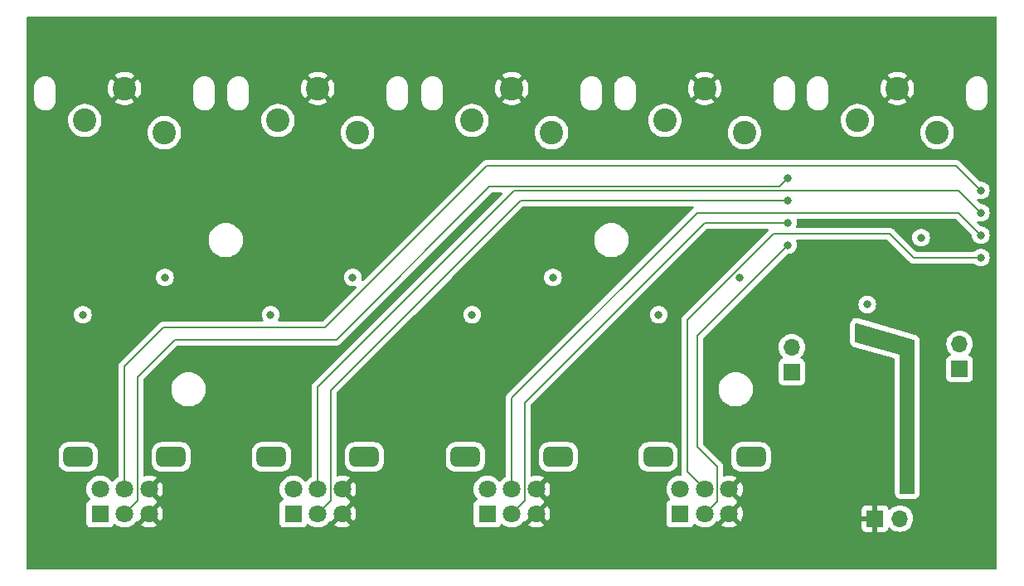
<source format=gbr>
%TF.GenerationSoftware,KiCad,Pcbnew,7.0.11-7.0.11~ubuntu22.04.1*%
%TF.CreationDate,2024-03-17T14:49:54+00:00*%
%TF.ProjectId,Tiny4xPoweredStereoMixer,54696e79-3478-4506-9f77-657265645374,rev?*%
%TF.SameCoordinates,Original*%
%TF.FileFunction,Copper,L4,Bot*%
%TF.FilePolarity,Positive*%
%FSLAX46Y46*%
G04 Gerber Fmt 4.6, Leading zero omitted, Abs format (unit mm)*
G04 Created by KiCad (PCBNEW 7.0.11-7.0.11~ubuntu22.04.1) date 2024-03-17 14:49:54*
%MOMM*%
%LPD*%
G01*
G04 APERTURE LIST*
G04 Aperture macros list*
%AMRoundRect*
0 Rectangle with rounded corners*
0 $1 Rounding radius*
0 $2 $3 $4 $5 $6 $7 $8 $9 X,Y pos of 4 corners*
0 Add a 4 corners polygon primitive as box body*
4,1,4,$2,$3,$4,$5,$6,$7,$8,$9,$2,$3,0*
0 Add four circle primitives for the rounded corners*
1,1,$1+$1,$2,$3*
1,1,$1+$1,$4,$5*
1,1,$1+$1,$6,$7*
1,1,$1+$1,$8,$9*
0 Add four rect primitives between the rounded corners*
20,1,$1+$1,$2,$3,$4,$5,0*
20,1,$1+$1,$4,$5,$6,$7,0*
20,1,$1+$1,$6,$7,$8,$9,0*
20,1,$1+$1,$8,$9,$2,$3,0*%
G04 Aperture macros list end*
%TA.AperFunction,ComponentPad*%
%ADD10R,1.800000X1.800000*%
%TD*%
%TA.AperFunction,ComponentPad*%
%ADD11C,1.800000*%
%TD*%
%TA.AperFunction,ComponentPad*%
%ADD12RoundRect,0.500000X-1.000000X0.500000X-1.000000X-0.500000X1.000000X-0.500000X1.000000X0.500000X0*%
%TD*%
%TA.AperFunction,ComponentPad*%
%ADD13C,2.400000*%
%TD*%
%TA.AperFunction,ComponentPad*%
%ADD14R,1.700000X1.700000*%
%TD*%
%TA.AperFunction,ComponentPad*%
%ADD15O,1.700000X1.700000*%
%TD*%
%TA.AperFunction,ViaPad*%
%ADD16C,0.800000*%
%TD*%
%TA.AperFunction,Conductor*%
%ADD17C,0.200000*%
%TD*%
%TA.AperFunction,Conductor*%
%ADD18C,0.500000*%
%TD*%
G04 APERTURE END LIST*
D10*
%TO.P,RV4,1,1*%
%TO.N,Net-(U4B--)*%
X150535000Y-149860000D03*
D11*
%TO.P,RV4,2,2*%
%TO.N,/BufferOpAmp4/right_channel_buffered*%
X153035000Y-149860000D03*
%TO.P,RV4,3,3*%
%TO.N,GND*%
X155535000Y-149860000D03*
%TO.P,RV4,4,4*%
%TO.N,Net-(U4A--)*%
X150535000Y-147360000D03*
%TO.P,RV4,5,5*%
%TO.N,/BufferOpAmp4/left_channel_buffered*%
X153035000Y-147360000D03*
%TO.P,RV4,6,6*%
%TO.N,GND*%
X155535000Y-147360000D03*
D12*
%TO.P,RV4,MP*%
%TO.N,N/C*%
X148285000Y-144060000D03*
X157785000Y-144060000D03*
%TD*%
D10*
%TO.P,RV3,1,1*%
%TO.N,Net-(U3B--)*%
X130850000Y-149860000D03*
D11*
%TO.P,RV3,2,2*%
%TO.N,/BufferOpAmp3/right_channel_buffered*%
X133350000Y-149860000D03*
%TO.P,RV3,3,3*%
%TO.N,GND*%
X135850000Y-149860000D03*
%TO.P,RV3,4,4*%
%TO.N,Net-(U3A--)*%
X130850000Y-147360000D03*
%TO.P,RV3,5,5*%
%TO.N,/BufferOpAmp3/left_channel_buffered*%
X133350000Y-147360000D03*
%TO.P,RV3,6,6*%
%TO.N,GND*%
X135850000Y-147360000D03*
D12*
%TO.P,RV3,MP*%
%TO.N,N/C*%
X128600000Y-144060000D03*
X138100000Y-144060000D03*
%TD*%
D10*
%TO.P,RV2,1,1*%
%TO.N,Net-(U2B--)*%
X111038000Y-149860000D03*
D11*
%TO.P,RV2,2,2*%
%TO.N,/BufferOpAmp2/right_channel_buffered*%
X113538000Y-149860000D03*
%TO.P,RV2,3,3*%
%TO.N,GND*%
X116038000Y-149860000D03*
%TO.P,RV2,4,4*%
%TO.N,Net-(U2A--)*%
X111038000Y-147360000D03*
%TO.P,RV2,5,5*%
%TO.N,/BufferOpAmp2/left_channel_buffered*%
X113538000Y-147360000D03*
%TO.P,RV2,6,6*%
%TO.N,GND*%
X116038000Y-147360000D03*
D12*
%TO.P,RV2,MP*%
%TO.N,N/C*%
X108788000Y-144060000D03*
X118288000Y-144060000D03*
%TD*%
D10*
%TO.P,RV1,1,1*%
%TO.N,Net-(U1B--)*%
X91310667Y-149860000D03*
D11*
%TO.P,RV1,2,2*%
%TO.N,/BufferOpAmp1/right_channel_buffered*%
X93810667Y-149860000D03*
%TO.P,RV1,3,3*%
%TO.N,GND*%
X96310667Y-149860000D03*
%TO.P,RV1,4,4*%
%TO.N,Net-(U1A--)*%
X91310667Y-147360000D03*
%TO.P,RV1,5,5*%
%TO.N,/BufferOpAmp1/left_channel_buffered*%
X93810667Y-147360000D03*
%TO.P,RV1,6,6*%
%TO.N,GND*%
X96310667Y-147360000D03*
D12*
%TO.P,RV1,MP*%
%TO.N,N/C*%
X89060667Y-144060000D03*
X98560667Y-144060000D03*
%TD*%
D13*
%TO.P,J5,3,Pin_3*%
%TO.N,/MixerOpAmp/left_channel_mix_out*%
X176784000Y-110947200D03*
%TO.P,J5,2,Pin_2*%
%TO.N,/MixerOpAmp/right_channel_mix_out*%
X168656000Y-109702600D03*
%TO.P,J5,1,Pin_1*%
%TO.N,GND*%
X172720000Y-106426000D03*
%TD*%
%TO.P,J4,3,Pin_3*%
%TO.N,/BufferOpAmp4/left_channel_input*%
X157099000Y-110947200D03*
%TO.P,J4,2,Pin_2*%
%TO.N,/BufferOpAmp4/right_channel_input*%
X148971000Y-109702600D03*
%TO.P,J4,1,Pin_1*%
%TO.N,GND*%
X153035000Y-106426000D03*
%TD*%
%TO.P,J3,3,Pin_3*%
%TO.N,/BufferOpAmp3/left_channel_input*%
X137414000Y-110947200D03*
%TO.P,J3,2,Pin_2*%
%TO.N,/BufferOpAmp3/right_channel_input*%
X129286000Y-109702600D03*
%TO.P,J3,1,Pin_1*%
%TO.N,GND*%
X133350000Y-106426000D03*
%TD*%
%TO.P,J2,3,Pin_3*%
%TO.N,/BufferOpAmp2/left_channel_input*%
X117602000Y-110947200D03*
%TO.P,J2,2,Pin_2*%
%TO.N,/BufferOpAmp2/right_channel_input*%
X109474000Y-109702600D03*
%TO.P,J2,1,Pin_1*%
%TO.N,GND*%
X113538000Y-106426000D03*
%TD*%
%TO.P,J1,3,Pin_3*%
%TO.N,/BufferOpAmp1/left_channel_input*%
X97874667Y-110947200D03*
%TO.P,J1,2,Pin_2*%
%TO.N,/BufferOpAmp1/right_channel_input*%
X89746667Y-109702600D03*
%TO.P,J1,1,Pin_1*%
%TO.N,GND*%
X93810667Y-106426000D03*
%TD*%
D14*
%TO.P,J8,1,Pin_1*%
%TO.N,Net-(J8-Pin_1)*%
X161925000Y-135387000D03*
D15*
%TO.P,J8,2,Pin_2*%
%TO.N,-12V*%
X161925000Y-132847000D03*
%TD*%
D14*
%TO.P,J7,1,Pin_1*%
%TO.N,Net-(J6-Pin_2)*%
X179070000Y-135056800D03*
D15*
%TO.P,J7,2,Pin_2*%
%TO.N,+12V*%
X179070000Y-132516800D03*
%TD*%
D14*
%TO.P,J6,1,Pin_1*%
%TO.N,GND*%
X170434000Y-150368000D03*
D15*
%TO.P,J6,2,Pin_2*%
%TO.N,Net-(J6-Pin_2)*%
X172974000Y-150368000D03*
%TD*%
D16*
%TO.N,+12V*%
X148336000Y-129540000D03*
X129286000Y-129540000D03*
X89535000Y-129540000D03*
X108712000Y-129540000D03*
X169640000Y-128492000D03*
%TO.N,Net-(U6-NFB)*%
X169417400Y-131694000D03*
X173735400Y-147345400D03*
%TO.N,-12V*%
X137541000Y-125730000D03*
X97917000Y-125730000D03*
X175133000Y-121666000D03*
X156591000Y-125730000D03*
X117094000Y-125730000D03*
%TO.N,/BufferOpAmp1/left_channel_buffered*%
X181229000Y-116840000D03*
%TO.N,/BufferOpAmp2/left_channel_buffered*%
X181229000Y-119126000D03*
%TO.N,/BufferOpAmp3/left_channel_buffered*%
X181229000Y-121412000D03*
%TO.N,/BufferOpAmp4/left_channel_buffered*%
X181229000Y-123698000D03*
%TO.N,/BufferOpAmp1/right_channel_buffered*%
X161544000Y-115570000D03*
%TO.N,/BufferOpAmp2/right_channel_buffered*%
X161544000Y-117856000D03*
%TO.N,/BufferOpAmp3/right_channel_buffered*%
X161544000Y-120142000D03*
%TO.N,/BufferOpAmp4/right_channel_buffered*%
X161544000Y-122428000D03*
%TD*%
D17*
%TO.N,/BufferOpAmp1/left_channel_buffered*%
X93810667Y-147360000D02*
X93810667Y-134789333D01*
X93810667Y-134789333D02*
X97790000Y-130810000D01*
X97790000Y-130810000D02*
X114300000Y-130810000D01*
X114300000Y-130810000D02*
X130810000Y-114300000D01*
X130810000Y-114300000D02*
X178689000Y-114300000D01*
X178689000Y-114300000D02*
X181229000Y-116840000D01*
%TO.N,/BufferOpAmp1/right_channel_buffered*%
X161544000Y-115570000D02*
X160674000Y-116440000D01*
X95110667Y-135902333D02*
X95110667Y-148560000D01*
X95110667Y-148560000D02*
X93810667Y-149860000D01*
X160674000Y-116440000D02*
X131054157Y-116440000D01*
X131054157Y-116440000D02*
X115414157Y-132080000D01*
X115414157Y-132080000D02*
X98933000Y-132080000D01*
X98933000Y-132080000D02*
X95110667Y-135902333D01*
%TO.N,/BufferOpAmp4/right_channel_buffered*%
X153035000Y-149860000D02*
X154305000Y-148590000D01*
X154305000Y-148590000D02*
X154305000Y-145034000D01*
X154305000Y-145034000D02*
X152273000Y-143002000D01*
X152273000Y-143002000D02*
X152273000Y-131699000D01*
X152273000Y-131699000D02*
X161544000Y-122428000D01*
%TO.N,/BufferOpAmp4/left_channel_buffered*%
X181229000Y-123698000D02*
X174371000Y-123698000D01*
X174371000Y-123698000D02*
X171958000Y-121285000D01*
X151257000Y-130074050D02*
X151257000Y-145582000D01*
X171958000Y-121285000D02*
X160046050Y-121285000D01*
X160046050Y-121285000D02*
X151257000Y-130074050D01*
X151257000Y-145582000D02*
X153035000Y-147360000D01*
%TO.N,/BufferOpAmp2/left_channel_buffered*%
X133604000Y-116840000D02*
X178943000Y-116840000D01*
X178943000Y-116840000D02*
X181229000Y-119126000D01*
X113538000Y-147360000D02*
X113538000Y-136906000D01*
X113538000Y-136906000D02*
X133604000Y-116840000D01*
%TO.N,/BufferOpAmp3/left_channel_buffered*%
X152273000Y-119126000D02*
X133350000Y-138049000D01*
X181229000Y-121412000D02*
X178943000Y-119126000D01*
X178943000Y-119126000D02*
X152273000Y-119126000D01*
X133350000Y-138049000D02*
X133350000Y-147360000D01*
%TO.N,/BufferOpAmp2/right_channel_buffered*%
X134239000Y-117856000D02*
X161544000Y-117856000D01*
X114838000Y-137257000D02*
X134239000Y-117856000D01*
X113538000Y-149860000D02*
X114838000Y-148560000D01*
X114838000Y-148560000D02*
X114838000Y-137257000D01*
%TO.N,/BufferOpAmp3/right_channel_buffered*%
X133350000Y-149860000D02*
X134650000Y-148560000D01*
X153035000Y-120142000D02*
X161544000Y-120142000D01*
X134650000Y-148560000D02*
X134650000Y-138527000D01*
X134650000Y-138527000D02*
X153035000Y-120142000D01*
D18*
%TO.N,/BufferOpAmp4/right_channel_buffered*%
X161417000Y-122428000D02*
X161544000Y-122428000D01*
%TD*%
%TA.AperFunction,Conductor*%
%TO.N,Net-(U6-NFB)*%
G36*
X168560115Y-130373692D02*
G01*
X174408120Y-132079360D01*
X174466966Y-132117028D01*
X174496106Y-132180531D01*
X174497400Y-132198400D01*
X174497400Y-147729400D01*
X174477715Y-147796439D01*
X174424911Y-147842194D01*
X174373400Y-147853400D01*
X173097400Y-147853400D01*
X173030361Y-147833715D01*
X172984606Y-147780911D01*
X172973400Y-147729400D01*
X172973400Y-133629400D01*
X172973399Y-133629399D01*
X168492212Y-132384625D01*
X168432887Y-132347716D01*
X168402934Y-132284592D01*
X168401400Y-132265149D01*
X168401400Y-130492733D01*
X168421085Y-130425694D01*
X168473889Y-130379939D01*
X168543047Y-130369995D01*
X168560115Y-130373692D01*
G37*
%TD.AperFunction*%
%TD*%
%TA.AperFunction,Conductor*%
%TO.N,GND*%
G36*
X182822539Y-99080185D02*
G01*
X182868294Y-99132989D01*
X182879500Y-99184500D01*
X182879500Y-155450500D01*
X182859815Y-155517539D01*
X182807011Y-155563294D01*
X182755500Y-155574500D01*
X83944500Y-155574500D01*
X83877461Y-155554815D01*
X83831706Y-155502011D01*
X83820500Y-155450500D01*
X83820500Y-151265844D01*
X169084000Y-151265844D01*
X169090401Y-151325372D01*
X169090403Y-151325379D01*
X169140645Y-151460086D01*
X169140649Y-151460093D01*
X169226809Y-151575187D01*
X169226812Y-151575190D01*
X169341906Y-151661350D01*
X169341913Y-151661354D01*
X169476620Y-151711596D01*
X169476627Y-151711598D01*
X169536155Y-151717999D01*
X169536172Y-151718000D01*
X170184000Y-151718000D01*
X170184000Y-150803501D01*
X170291685Y-150852680D01*
X170398237Y-150868000D01*
X170469763Y-150868000D01*
X170576315Y-150852680D01*
X170684000Y-150803501D01*
X170684000Y-151718000D01*
X171331828Y-151718000D01*
X171331844Y-151717999D01*
X171391372Y-151711598D01*
X171391379Y-151711596D01*
X171526086Y-151661354D01*
X171526093Y-151661350D01*
X171641187Y-151575190D01*
X171641190Y-151575187D01*
X171727350Y-151460093D01*
X171727354Y-151460086D01*
X171776422Y-151328529D01*
X171818293Y-151272595D01*
X171883757Y-151248178D01*
X171952030Y-151263030D01*
X171980285Y-151284181D01*
X172102599Y-151406495D01*
X172179135Y-151460086D01*
X172296165Y-151542032D01*
X172296167Y-151542033D01*
X172296170Y-151542035D01*
X172510337Y-151641903D01*
X172738592Y-151703063D01*
X172909319Y-151718000D01*
X172973999Y-151723659D01*
X172974000Y-151723659D01*
X172974001Y-151723659D01*
X173038681Y-151718000D01*
X173209408Y-151703063D01*
X173437663Y-151641903D01*
X173651830Y-151542035D01*
X173845401Y-151406495D01*
X174012495Y-151239401D01*
X174148035Y-151045830D01*
X174247903Y-150831663D01*
X174309063Y-150603408D01*
X174329659Y-150368000D01*
X174309063Y-150132592D01*
X174258275Y-149943048D01*
X174247905Y-149904344D01*
X174247904Y-149904343D01*
X174247903Y-149904337D01*
X174148035Y-149690171D01*
X174120017Y-149650156D01*
X174012494Y-149496597D01*
X173845402Y-149329506D01*
X173845395Y-149329501D01*
X173651834Y-149193967D01*
X173651830Y-149193965D01*
X173580727Y-149160809D01*
X173437663Y-149094097D01*
X173437659Y-149094096D01*
X173437655Y-149094094D01*
X173209413Y-149032938D01*
X173209403Y-149032936D01*
X172974001Y-149012341D01*
X172973999Y-149012341D01*
X172738596Y-149032936D01*
X172738586Y-149032938D01*
X172510344Y-149094094D01*
X172510335Y-149094098D01*
X172296171Y-149193964D01*
X172296169Y-149193965D01*
X172102600Y-149329503D01*
X171980284Y-149451819D01*
X171918961Y-149485303D01*
X171849269Y-149480319D01*
X171793336Y-149438447D01*
X171776421Y-149407470D01*
X171727354Y-149275913D01*
X171727350Y-149275906D01*
X171641190Y-149160812D01*
X171641187Y-149160809D01*
X171526093Y-149074649D01*
X171526086Y-149074645D01*
X171391379Y-149024403D01*
X171391372Y-149024401D01*
X171331844Y-149018000D01*
X170684000Y-149018000D01*
X170684000Y-149932498D01*
X170576315Y-149883320D01*
X170469763Y-149868000D01*
X170398237Y-149868000D01*
X170291685Y-149883320D01*
X170184000Y-149932498D01*
X170184000Y-149018000D01*
X169536155Y-149018000D01*
X169476627Y-149024401D01*
X169476620Y-149024403D01*
X169341913Y-149074645D01*
X169341906Y-149074649D01*
X169226812Y-149160809D01*
X169226809Y-149160812D01*
X169140649Y-149275906D01*
X169140645Y-149275913D01*
X169090403Y-149410620D01*
X169090401Y-149410627D01*
X169084000Y-149470155D01*
X169084000Y-150118000D01*
X170000314Y-150118000D01*
X169974507Y-150158156D01*
X169934000Y-150296111D01*
X169934000Y-150439889D01*
X169974507Y-150577844D01*
X170000314Y-150618000D01*
X169084000Y-150618000D01*
X169084000Y-151265844D01*
X83820500Y-151265844D01*
X83820500Y-147360006D01*
X89905367Y-147360006D01*
X89924531Y-147591297D01*
X89924533Y-147591308D01*
X89981509Y-147816300D01*
X90074742Y-148028848D01*
X90158882Y-148157633D01*
X90201688Y-148223153D01*
X90202678Y-148224228D01*
X90269058Y-148296337D01*
X90299980Y-148358991D01*
X90292119Y-148428417D01*
X90247972Y-148482573D01*
X90221161Y-148496501D01*
X90168338Y-148516202D01*
X90168331Y-148516206D01*
X90053122Y-148602452D01*
X90053119Y-148602455D01*
X89966873Y-148717664D01*
X89966869Y-148717671D01*
X89916575Y-148852517D01*
X89910168Y-148912116D01*
X89910167Y-148912135D01*
X89910167Y-150807870D01*
X89910168Y-150807876D01*
X89916575Y-150867483D01*
X89966869Y-151002328D01*
X89966873Y-151002335D01*
X90053119Y-151117544D01*
X90053122Y-151117547D01*
X90168331Y-151203793D01*
X90168338Y-151203797D01*
X90303184Y-151254091D01*
X90303183Y-151254091D01*
X90310111Y-151254835D01*
X90362794Y-151260500D01*
X92258539Y-151260499D01*
X92318150Y-151254091D01*
X92452998Y-151203796D01*
X92568213Y-151117546D01*
X92654463Y-151002331D01*
X92672759Y-150953274D01*
X92714628Y-150897342D01*
X92780092Y-150872924D01*
X92848366Y-150887775D01*
X92865103Y-150898755D01*
X93042032Y-151036464D01*
X93042038Y-151036468D01*
X93042041Y-151036470D01*
X93191852Y-151117544D01*
X93245319Y-151146479D01*
X93246164Y-151146936D01*
X93360154Y-151186068D01*
X93465682Y-151222297D01*
X93465684Y-151222297D01*
X93465686Y-151222298D01*
X93694618Y-151260500D01*
X93694619Y-151260500D01*
X93926715Y-151260500D01*
X93926716Y-151260500D01*
X94155648Y-151222298D01*
X94375170Y-151146936D01*
X94579293Y-151036470D01*
X94579837Y-151036047D01*
X94686180Y-150953277D01*
X94762451Y-150893913D01*
X94919646Y-150723153D01*
X94957158Y-150665736D01*
X95010301Y-150620382D01*
X95079532Y-150610957D01*
X95142868Y-150640458D01*
X95157581Y-150657436D01*
X95159478Y-150657633D01*
X95827589Y-149989522D01*
X95851174Y-150069844D01*
X95928906Y-150190798D01*
X96037567Y-150284952D01*
X96168352Y-150344680D01*
X96178133Y-150346086D01*
X95511868Y-151012351D01*
X95542316Y-151036050D01*
X95746364Y-151146476D01*
X95746373Y-151146479D01*
X95965806Y-151221811D01*
X96194660Y-151260000D01*
X96426674Y-151260000D01*
X96655527Y-151221811D01*
X96874960Y-151146479D01*
X96874968Y-151146476D01*
X97079022Y-151036047D01*
X97109464Y-151012351D01*
X97109465Y-151012350D01*
X96443201Y-150346086D01*
X96452982Y-150344680D01*
X96583767Y-150284952D01*
X96692428Y-150190798D01*
X96770160Y-150069844D01*
X96793743Y-149989523D01*
X97461853Y-150657633D01*
X97546149Y-150528611D01*
X97639349Y-150316135D01*
X97696305Y-150091218D01*
X97715465Y-149860005D01*
X97715465Y-149859994D01*
X97696305Y-149628781D01*
X97639349Y-149403864D01*
X97546151Y-149191393D01*
X97461853Y-149062365D01*
X96793743Y-149730475D01*
X96770160Y-149650156D01*
X96692428Y-149529202D01*
X96583767Y-149435048D01*
X96452982Y-149375320D01*
X96443199Y-149373913D01*
X97109464Y-148707647D01*
X97109453Y-148707469D01*
X97068916Y-148651141D01*
X97065243Y-148581368D01*
X97099874Y-148520685D01*
X97109463Y-148512376D01*
X97109465Y-148512351D01*
X96443200Y-147846086D01*
X96452982Y-147844680D01*
X96583767Y-147784952D01*
X96692428Y-147690798D01*
X96770160Y-147569844D01*
X96793743Y-147489523D01*
X97461853Y-148157633D01*
X97546149Y-148028611D01*
X97639349Y-147816135D01*
X97696305Y-147591218D01*
X97715465Y-147360005D01*
X97715465Y-147359994D01*
X97696305Y-147128781D01*
X97639349Y-146903864D01*
X97546151Y-146691393D01*
X97461853Y-146562365D01*
X96793743Y-147230475D01*
X96770160Y-147150156D01*
X96692428Y-147029202D01*
X96583767Y-146935048D01*
X96452982Y-146875320D01*
X96443199Y-146873913D01*
X97109464Y-146207647D01*
X97109464Y-146207645D01*
X97079027Y-146183955D01*
X97079021Y-146183951D01*
X96874969Y-146073523D01*
X96874960Y-146073520D01*
X96655527Y-145998188D01*
X96426674Y-145960000D01*
X96194660Y-145960000D01*
X95965809Y-145998187D01*
X95875429Y-146029215D01*
X95805631Y-146032364D01*
X95745209Y-145997277D01*
X95713349Y-145935094D01*
X95711167Y-145911933D01*
X95711167Y-144618028D01*
X96560167Y-144618028D01*
X96560168Y-144618034D01*
X96570780Y-144737415D01*
X96626756Y-144933045D01*
X96626757Y-144933048D01*
X96626758Y-144933049D01*
X96720969Y-145113407D01*
X96720971Y-145113409D01*
X96849557Y-145271109D01*
X96894481Y-145307739D01*
X97007260Y-145399698D01*
X97187618Y-145493909D01*
X97383249Y-145549886D01*
X97502630Y-145560500D01*
X99618703Y-145560499D01*
X99738085Y-145549886D01*
X99933716Y-145493909D01*
X100114074Y-145399698D01*
X100271776Y-145271109D01*
X100400365Y-145113407D01*
X100494576Y-144933049D01*
X100550553Y-144737418D01*
X100561167Y-144618037D01*
X100561167Y-144618028D01*
X106787500Y-144618028D01*
X106787501Y-144618034D01*
X106798113Y-144737415D01*
X106854089Y-144933045D01*
X106854090Y-144933048D01*
X106854091Y-144933049D01*
X106948302Y-145113407D01*
X106948304Y-145113409D01*
X107076890Y-145271109D01*
X107121814Y-145307739D01*
X107234593Y-145399698D01*
X107414951Y-145493909D01*
X107610582Y-145549886D01*
X107729963Y-145560500D01*
X109846036Y-145560499D01*
X109965418Y-145549886D01*
X110161049Y-145493909D01*
X110341407Y-145399698D01*
X110499109Y-145271109D01*
X110627698Y-145113407D01*
X110721909Y-144933049D01*
X110777886Y-144737418D01*
X110788500Y-144618037D01*
X110788499Y-143501964D01*
X110777886Y-143382582D01*
X110721909Y-143186951D01*
X110627698Y-143006593D01*
X110575684Y-142942803D01*
X110499109Y-142848890D01*
X110341409Y-142720304D01*
X110341410Y-142720304D01*
X110341407Y-142720302D01*
X110161049Y-142626091D01*
X110161048Y-142626090D01*
X110161045Y-142626089D01*
X110043829Y-142592550D01*
X109965418Y-142570114D01*
X109965415Y-142570113D01*
X109965413Y-142570113D01*
X109899102Y-142564217D01*
X109846037Y-142559500D01*
X109846032Y-142559500D01*
X107729971Y-142559500D01*
X107729965Y-142559500D01*
X107729964Y-142559501D01*
X107718316Y-142560536D01*
X107610584Y-142570113D01*
X107414954Y-142626089D01*
X107324772Y-142673196D01*
X107234593Y-142720302D01*
X107234591Y-142720303D01*
X107234590Y-142720304D01*
X107076890Y-142848890D01*
X106948304Y-143006590D01*
X106854089Y-143186954D01*
X106798114Y-143382583D01*
X106798113Y-143382586D01*
X106787500Y-143501966D01*
X106787500Y-144618028D01*
X100561167Y-144618028D01*
X100561166Y-143501964D01*
X100550553Y-143382582D01*
X100494576Y-143186951D01*
X100400365Y-143006593D01*
X100348351Y-142942803D01*
X100271776Y-142848890D01*
X100114076Y-142720304D01*
X100114077Y-142720304D01*
X100114074Y-142720302D01*
X99933716Y-142626091D01*
X99933715Y-142626090D01*
X99933712Y-142626089D01*
X99816496Y-142592550D01*
X99738085Y-142570114D01*
X99738082Y-142570113D01*
X99738080Y-142570113D01*
X99671769Y-142564217D01*
X99618704Y-142559500D01*
X99618699Y-142559500D01*
X97502638Y-142559500D01*
X97502632Y-142559500D01*
X97502631Y-142559501D01*
X97490983Y-142560536D01*
X97383251Y-142570113D01*
X97187621Y-142626089D01*
X97097439Y-142673196D01*
X97007260Y-142720302D01*
X97007258Y-142720303D01*
X97007257Y-142720304D01*
X96849557Y-142848890D01*
X96720971Y-143006590D01*
X96626756Y-143186954D01*
X96570781Y-143382583D01*
X96570780Y-143382586D01*
X96560167Y-143501966D01*
X96560167Y-144618028D01*
X95711167Y-144618028D01*
X95711167Y-137291187D01*
X98579500Y-137291187D01*
X98599794Y-137425823D01*
X98618604Y-137550615D01*
X98618605Y-137550617D01*
X98618606Y-137550623D01*
X98695938Y-137801326D01*
X98809767Y-138037696D01*
X98809768Y-138037697D01*
X98809770Y-138037700D01*
X98809772Y-138037704D01*
X98849850Y-138096487D01*
X98957567Y-138254479D01*
X99136014Y-138446801D01*
X99136018Y-138446804D01*
X99136019Y-138446805D01*
X99341143Y-138610386D01*
X99568357Y-138741568D01*
X99812584Y-138837420D01*
X100068370Y-138895802D01*
X100068376Y-138895802D01*
X100068379Y-138895803D01*
X100264484Y-138910499D01*
X100264503Y-138910499D01*
X100264506Y-138910500D01*
X100264508Y-138910500D01*
X100395492Y-138910500D01*
X100395494Y-138910500D01*
X100395496Y-138910499D01*
X100395515Y-138910499D01*
X100591620Y-138895803D01*
X100591622Y-138895802D01*
X100591630Y-138895802D01*
X100847416Y-138837420D01*
X101091643Y-138741568D01*
X101318857Y-138610386D01*
X101523981Y-138446805D01*
X101702433Y-138254479D01*
X101850228Y-138037704D01*
X101964063Y-137801323D01*
X102041396Y-137550615D01*
X102080500Y-137291182D01*
X102080500Y-137028818D01*
X102041396Y-136769385D01*
X101964063Y-136518677D01*
X101932699Y-136453548D01*
X101850232Y-136282303D01*
X101850231Y-136282302D01*
X101850230Y-136282301D01*
X101850228Y-136282296D01*
X101702433Y-136065521D01*
X101654891Y-136014283D01*
X101523985Y-135873198D01*
X101484533Y-135841736D01*
X101318857Y-135709614D01*
X101091643Y-135578432D01*
X100847416Y-135482580D01*
X100847411Y-135482578D01*
X100847402Y-135482576D01*
X100629818Y-135432914D01*
X100591630Y-135424198D01*
X100591629Y-135424197D01*
X100591625Y-135424197D01*
X100591620Y-135424196D01*
X100395515Y-135409500D01*
X100395494Y-135409500D01*
X100264506Y-135409500D01*
X100264484Y-135409500D01*
X100068379Y-135424196D01*
X100068374Y-135424197D01*
X99812597Y-135482576D01*
X99812578Y-135482582D01*
X99568356Y-135578432D01*
X99341143Y-135709614D01*
X99136014Y-135873198D01*
X98957567Y-136065520D01*
X98899242Y-136151068D01*
X98822012Y-136264344D01*
X98809768Y-136282302D01*
X98809767Y-136282303D01*
X98695938Y-136518673D01*
X98618606Y-136769376D01*
X98618605Y-136769381D01*
X98618604Y-136769385D01*
X98603853Y-136867247D01*
X98579500Y-137028812D01*
X98579500Y-137291187D01*
X95711167Y-137291187D01*
X95711167Y-136202430D01*
X95730852Y-136135391D01*
X95747486Y-136114749D01*
X99145416Y-132716819D01*
X99206739Y-132683334D01*
X99233097Y-132680500D01*
X115366670Y-132680500D01*
X115382854Y-132681560D01*
X115414157Y-132685682D01*
X115414158Y-132685682D01*
X115466411Y-132678802D01*
X115570919Y-132665044D01*
X115716998Y-132604536D01*
X115769274Y-132564423D01*
X115842439Y-132508282D01*
X115861667Y-132483222D01*
X115872346Y-132471044D01*
X131266573Y-117076819D01*
X131327896Y-117043334D01*
X131354254Y-117040500D01*
X132254903Y-117040500D01*
X132321942Y-117060185D01*
X132367697Y-117112989D01*
X132377641Y-117182147D01*
X132348616Y-117245703D01*
X132342584Y-117252181D01*
X113146965Y-136447798D01*
X113134775Y-136458489D01*
X113109716Y-136477718D01*
X113020073Y-136594545D01*
X113013466Y-136603155D01*
X113013461Y-136603163D01*
X112952957Y-136749234D01*
X112952955Y-136749239D01*
X112932318Y-136905998D01*
X112932318Y-136905999D01*
X112936439Y-136937301D01*
X112937500Y-136953487D01*
X112937500Y-146018655D01*
X112917815Y-146085694D01*
X112872519Y-146127709D01*
X112769376Y-146183528D01*
X112769365Y-146183535D01*
X112586222Y-146326081D01*
X112586219Y-146326084D01*
X112429015Y-146496854D01*
X112391808Y-146553804D01*
X112338662Y-146599161D01*
X112269430Y-146608584D01*
X112206095Y-146579082D01*
X112184192Y-146553804D01*
X112146984Y-146496854D01*
X112146982Y-146496852D01*
X112146979Y-146496847D01*
X111989784Y-146326087D01*
X111989779Y-146326083D01*
X111989777Y-146326081D01*
X111806634Y-146183535D01*
X111806628Y-146183531D01*
X111602504Y-146073064D01*
X111602495Y-146073061D01*
X111382984Y-145997702D01*
X111211282Y-145969050D01*
X111154049Y-145959500D01*
X110921951Y-145959500D01*
X110876164Y-145967140D01*
X110693015Y-145997702D01*
X110473504Y-146073061D01*
X110473495Y-146073064D01*
X110269371Y-146183531D01*
X110269365Y-146183535D01*
X110086222Y-146326081D01*
X110086219Y-146326084D01*
X109929016Y-146496852D01*
X109802075Y-146691151D01*
X109708842Y-146903699D01*
X109651866Y-147128691D01*
X109651864Y-147128702D01*
X109632700Y-147359993D01*
X109632700Y-147360006D01*
X109651864Y-147591297D01*
X109651866Y-147591308D01*
X109708842Y-147816300D01*
X109802075Y-148028848D01*
X109886215Y-148157633D01*
X109929021Y-148223153D01*
X109930011Y-148224228D01*
X109996391Y-148296337D01*
X110027313Y-148358991D01*
X110019452Y-148428417D01*
X109975305Y-148482573D01*
X109948494Y-148496501D01*
X109895671Y-148516202D01*
X109895664Y-148516206D01*
X109780455Y-148602452D01*
X109780452Y-148602455D01*
X109694206Y-148717664D01*
X109694202Y-148717671D01*
X109643908Y-148852517D01*
X109637501Y-148912116D01*
X109637500Y-148912135D01*
X109637500Y-150807870D01*
X109637501Y-150807876D01*
X109643908Y-150867483D01*
X109694202Y-151002328D01*
X109694206Y-151002335D01*
X109780452Y-151117544D01*
X109780455Y-151117547D01*
X109895664Y-151203793D01*
X109895671Y-151203797D01*
X110030517Y-151254091D01*
X110030516Y-151254091D01*
X110037444Y-151254835D01*
X110090127Y-151260500D01*
X111985872Y-151260499D01*
X112045483Y-151254091D01*
X112180331Y-151203796D01*
X112295546Y-151117546D01*
X112381796Y-151002331D01*
X112400092Y-150953274D01*
X112441961Y-150897342D01*
X112507425Y-150872924D01*
X112575699Y-150887775D01*
X112592436Y-150898755D01*
X112769365Y-151036464D01*
X112769371Y-151036468D01*
X112769374Y-151036470D01*
X112919185Y-151117544D01*
X112972652Y-151146479D01*
X112973497Y-151146936D01*
X113087487Y-151186068D01*
X113193015Y-151222297D01*
X113193017Y-151222297D01*
X113193019Y-151222298D01*
X113421951Y-151260500D01*
X113421952Y-151260500D01*
X113654048Y-151260500D01*
X113654049Y-151260500D01*
X113882981Y-151222298D01*
X114102503Y-151146936D01*
X114306626Y-151036470D01*
X114307170Y-151036047D01*
X114413513Y-150953277D01*
X114489784Y-150893913D01*
X114646979Y-150723153D01*
X114684491Y-150665736D01*
X114737634Y-150620382D01*
X114806865Y-150610957D01*
X114870201Y-150640458D01*
X114884914Y-150657436D01*
X114886811Y-150657633D01*
X115554922Y-149989522D01*
X115578507Y-150069844D01*
X115656239Y-150190798D01*
X115764900Y-150284952D01*
X115895685Y-150344680D01*
X115905466Y-150346086D01*
X115239201Y-151012351D01*
X115269649Y-151036050D01*
X115473697Y-151146476D01*
X115473706Y-151146479D01*
X115693139Y-151221811D01*
X115921993Y-151260000D01*
X116154007Y-151260000D01*
X116382860Y-151221811D01*
X116602293Y-151146479D01*
X116602301Y-151146476D01*
X116806355Y-151036047D01*
X116836797Y-151012351D01*
X116836798Y-151012350D01*
X116170534Y-150346086D01*
X116180315Y-150344680D01*
X116311100Y-150284952D01*
X116419761Y-150190798D01*
X116497493Y-150069844D01*
X116521076Y-149989523D01*
X117189186Y-150657633D01*
X117273482Y-150528611D01*
X117366682Y-150316135D01*
X117423638Y-150091218D01*
X117442798Y-149860005D01*
X117442798Y-149859994D01*
X117423638Y-149628781D01*
X117366682Y-149403864D01*
X117273484Y-149191393D01*
X117189186Y-149062365D01*
X116521076Y-149730475D01*
X116497493Y-149650156D01*
X116419761Y-149529202D01*
X116311100Y-149435048D01*
X116180315Y-149375320D01*
X116170532Y-149373913D01*
X116836797Y-148707647D01*
X116836786Y-148707469D01*
X116796249Y-148651141D01*
X116792576Y-148581368D01*
X116827207Y-148520685D01*
X116836796Y-148512376D01*
X116836798Y-148512351D01*
X116170533Y-147846086D01*
X116180315Y-147844680D01*
X116311100Y-147784952D01*
X116419761Y-147690798D01*
X116497493Y-147569844D01*
X116521076Y-147489523D01*
X117189186Y-148157633D01*
X117273482Y-148028611D01*
X117366682Y-147816135D01*
X117423638Y-147591218D01*
X117442798Y-147360005D01*
X117442798Y-147359994D01*
X117423638Y-147128781D01*
X117366682Y-146903864D01*
X117273484Y-146691393D01*
X117189186Y-146562365D01*
X116521076Y-147230475D01*
X116497493Y-147150156D01*
X116419761Y-147029202D01*
X116311100Y-146935048D01*
X116180315Y-146875320D01*
X116170532Y-146873913D01*
X116836797Y-146207647D01*
X116836797Y-146207645D01*
X116806360Y-146183955D01*
X116806354Y-146183951D01*
X116602302Y-146073523D01*
X116602293Y-146073520D01*
X116382860Y-145998188D01*
X116154007Y-145960000D01*
X115921993Y-145960000D01*
X115693142Y-145998187D01*
X115602762Y-146029215D01*
X115532964Y-146032364D01*
X115472542Y-145997277D01*
X115440682Y-145935094D01*
X115438500Y-145911933D01*
X115438500Y-144618028D01*
X116287500Y-144618028D01*
X116287501Y-144618034D01*
X116298113Y-144737415D01*
X116354089Y-144933045D01*
X116354090Y-144933048D01*
X116354091Y-144933049D01*
X116448302Y-145113407D01*
X116448304Y-145113409D01*
X116576890Y-145271109D01*
X116621814Y-145307739D01*
X116734593Y-145399698D01*
X116914951Y-145493909D01*
X117110582Y-145549886D01*
X117229963Y-145560500D01*
X119346036Y-145560499D01*
X119465418Y-145549886D01*
X119661049Y-145493909D01*
X119841407Y-145399698D01*
X119999109Y-145271109D01*
X120127698Y-145113407D01*
X120221909Y-144933049D01*
X120277886Y-144737418D01*
X120288500Y-144618037D01*
X120288500Y-144618028D01*
X126599500Y-144618028D01*
X126599501Y-144618034D01*
X126610113Y-144737415D01*
X126666089Y-144933045D01*
X126666090Y-144933048D01*
X126666091Y-144933049D01*
X126760302Y-145113407D01*
X126760304Y-145113409D01*
X126888890Y-145271109D01*
X126933814Y-145307739D01*
X127046593Y-145399698D01*
X127226951Y-145493909D01*
X127422582Y-145549886D01*
X127541963Y-145560500D01*
X129658036Y-145560499D01*
X129777418Y-145549886D01*
X129973049Y-145493909D01*
X130153407Y-145399698D01*
X130311109Y-145271109D01*
X130439698Y-145113407D01*
X130533909Y-144933049D01*
X130589886Y-144737418D01*
X130600500Y-144618037D01*
X130600499Y-143501964D01*
X130589886Y-143382582D01*
X130533909Y-143186951D01*
X130439698Y-143006593D01*
X130387684Y-142942803D01*
X130311109Y-142848890D01*
X130153409Y-142720304D01*
X130153410Y-142720304D01*
X130153407Y-142720302D01*
X129973049Y-142626091D01*
X129973048Y-142626090D01*
X129973045Y-142626089D01*
X129855829Y-142592550D01*
X129777418Y-142570114D01*
X129777415Y-142570113D01*
X129777413Y-142570113D01*
X129711102Y-142564217D01*
X129658037Y-142559500D01*
X129658032Y-142559500D01*
X127541971Y-142559500D01*
X127541965Y-142559500D01*
X127541964Y-142559501D01*
X127530316Y-142560536D01*
X127422584Y-142570113D01*
X127226954Y-142626089D01*
X127136772Y-142673196D01*
X127046593Y-142720302D01*
X127046591Y-142720303D01*
X127046590Y-142720304D01*
X126888890Y-142848890D01*
X126760304Y-143006590D01*
X126666089Y-143186954D01*
X126610114Y-143382583D01*
X126610113Y-143382586D01*
X126599500Y-143501966D01*
X126599500Y-144618028D01*
X120288500Y-144618028D01*
X120288499Y-143501964D01*
X120277886Y-143382582D01*
X120221909Y-143186951D01*
X120127698Y-143006593D01*
X120075684Y-142942803D01*
X119999109Y-142848890D01*
X119841409Y-142720304D01*
X119841410Y-142720304D01*
X119841407Y-142720302D01*
X119661049Y-142626091D01*
X119661048Y-142626090D01*
X119661045Y-142626089D01*
X119543829Y-142592550D01*
X119465418Y-142570114D01*
X119465415Y-142570113D01*
X119465413Y-142570113D01*
X119399102Y-142564217D01*
X119346037Y-142559500D01*
X119346032Y-142559500D01*
X117229971Y-142559500D01*
X117229965Y-142559500D01*
X117229964Y-142559501D01*
X117218316Y-142560536D01*
X117110584Y-142570113D01*
X116914954Y-142626089D01*
X116824772Y-142673196D01*
X116734593Y-142720302D01*
X116734591Y-142720303D01*
X116734590Y-142720304D01*
X116576890Y-142848890D01*
X116448304Y-143006590D01*
X116354089Y-143186954D01*
X116298114Y-143382583D01*
X116298113Y-143382586D01*
X116287500Y-143501966D01*
X116287500Y-144618028D01*
X115438500Y-144618028D01*
X115438500Y-137557097D01*
X115458185Y-137490058D01*
X115474819Y-137469416D01*
X123404235Y-129540000D01*
X128380540Y-129540000D01*
X128400326Y-129728256D01*
X128400327Y-129728259D01*
X128458818Y-129908277D01*
X128458821Y-129908284D01*
X128553467Y-130072216D01*
X128597876Y-130121537D01*
X128680129Y-130212888D01*
X128833265Y-130324148D01*
X128833270Y-130324151D01*
X129006192Y-130401142D01*
X129006197Y-130401144D01*
X129191354Y-130440500D01*
X129191355Y-130440500D01*
X129380644Y-130440500D01*
X129380646Y-130440500D01*
X129565803Y-130401144D01*
X129738730Y-130324151D01*
X129891871Y-130212888D01*
X130018533Y-130072216D01*
X130113179Y-129908284D01*
X130171674Y-129728256D01*
X130191460Y-129540000D01*
X130171674Y-129351744D01*
X130113179Y-129171716D01*
X130018533Y-129007784D01*
X129891871Y-128867112D01*
X129882473Y-128860284D01*
X129738734Y-128755851D01*
X129738729Y-128755848D01*
X129565807Y-128678857D01*
X129565802Y-128678855D01*
X129420001Y-128647865D01*
X129380646Y-128639500D01*
X129191354Y-128639500D01*
X129158897Y-128646398D01*
X129006197Y-128678855D01*
X129006192Y-128678857D01*
X128833270Y-128755848D01*
X128833265Y-128755851D01*
X128680129Y-128867111D01*
X128553466Y-129007785D01*
X128458821Y-129171715D01*
X128458818Y-129171722D01*
X128400327Y-129351740D01*
X128400326Y-129351744D01*
X128380540Y-129540000D01*
X123404235Y-129540000D01*
X127214235Y-125730000D01*
X136635540Y-125730000D01*
X136655326Y-125918256D01*
X136655327Y-125918259D01*
X136713818Y-126098277D01*
X136713821Y-126098284D01*
X136808467Y-126262216D01*
X136924139Y-126390682D01*
X136935129Y-126402888D01*
X137088265Y-126514148D01*
X137088270Y-126514151D01*
X137261192Y-126591142D01*
X137261197Y-126591144D01*
X137446354Y-126630500D01*
X137446355Y-126630500D01*
X137635644Y-126630500D01*
X137635646Y-126630500D01*
X137820803Y-126591144D01*
X137993730Y-126514151D01*
X138146871Y-126402888D01*
X138273533Y-126262216D01*
X138368179Y-126098284D01*
X138426674Y-125918256D01*
X138446460Y-125730000D01*
X138426674Y-125541744D01*
X138368179Y-125361716D01*
X138273533Y-125197784D01*
X138146871Y-125057112D01*
X138146870Y-125057111D01*
X137993734Y-124945851D01*
X137993729Y-124945848D01*
X137820807Y-124868857D01*
X137820802Y-124868855D01*
X137675001Y-124837865D01*
X137635646Y-124829500D01*
X137446354Y-124829500D01*
X137413897Y-124836398D01*
X137261197Y-124868855D01*
X137261192Y-124868857D01*
X137088270Y-124945848D01*
X137088265Y-124945851D01*
X136935129Y-125057111D01*
X136808466Y-125197785D01*
X136713821Y-125361715D01*
X136713818Y-125361722D01*
X136665347Y-125510902D01*
X136655326Y-125541744D01*
X136635540Y-125730000D01*
X127214235Y-125730000D01*
X130893048Y-122051187D01*
X141759500Y-122051187D01*
X141760786Y-122059716D01*
X141798604Y-122310615D01*
X141798605Y-122310617D01*
X141798606Y-122310623D01*
X141875938Y-122561326D01*
X141989767Y-122797696D01*
X141989768Y-122797697D01*
X141989770Y-122797700D01*
X141989772Y-122797704D01*
X142068960Y-122913851D01*
X142137567Y-123014479D01*
X142316014Y-123206801D01*
X142316018Y-123206804D01*
X142316019Y-123206805D01*
X142521143Y-123370386D01*
X142748357Y-123501568D01*
X142992584Y-123597420D01*
X143248370Y-123655802D01*
X143248376Y-123655802D01*
X143248379Y-123655803D01*
X143444484Y-123670499D01*
X143444503Y-123670499D01*
X143444506Y-123670500D01*
X143444508Y-123670500D01*
X143575492Y-123670500D01*
X143575494Y-123670500D01*
X143575496Y-123670499D01*
X143575515Y-123670499D01*
X143771620Y-123655803D01*
X143771622Y-123655802D01*
X143771630Y-123655802D01*
X144027416Y-123597420D01*
X144271643Y-123501568D01*
X144498857Y-123370386D01*
X144703981Y-123206805D01*
X144882433Y-123014479D01*
X145030228Y-122797704D01*
X145144063Y-122561323D01*
X145221396Y-122310615D01*
X145260500Y-122051182D01*
X145260500Y-121788818D01*
X145221396Y-121529385D01*
X145144063Y-121278677D01*
X145074287Y-121133785D01*
X145030232Y-121042303D01*
X145030231Y-121042302D01*
X145030230Y-121042301D01*
X145030228Y-121042296D01*
X144882433Y-120825521D01*
X144822069Y-120760464D01*
X144703985Y-120633198D01*
X144600730Y-120550855D01*
X144498857Y-120469614D01*
X144271643Y-120338432D01*
X144027416Y-120242580D01*
X144027411Y-120242578D01*
X144027402Y-120242576D01*
X143809818Y-120192914D01*
X143771630Y-120184198D01*
X143771629Y-120184197D01*
X143771625Y-120184197D01*
X143771620Y-120184196D01*
X143575515Y-120169500D01*
X143575494Y-120169500D01*
X143444506Y-120169500D01*
X143444484Y-120169500D01*
X143248379Y-120184196D01*
X143248374Y-120184197D01*
X142992597Y-120242576D01*
X142992578Y-120242582D01*
X142748356Y-120338432D01*
X142521143Y-120469614D01*
X142316014Y-120633198D01*
X142137567Y-120825520D01*
X141989768Y-121042302D01*
X141989767Y-121042303D01*
X141875938Y-121278673D01*
X141798606Y-121529376D01*
X141798605Y-121529381D01*
X141798604Y-121529385D01*
X141787922Y-121600256D01*
X141759500Y-121788812D01*
X141759500Y-122051187D01*
X130893048Y-122051187D01*
X134451416Y-118492819D01*
X134512739Y-118459334D01*
X134539097Y-118456500D01*
X151793788Y-118456500D01*
X151860827Y-118476185D01*
X151906582Y-118528989D01*
X151916526Y-118598147D01*
X151887501Y-118661703D01*
X151869276Y-118678873D01*
X151854850Y-118689942D01*
X151844715Y-118697720D01*
X151825495Y-118722769D01*
X151814800Y-118734964D01*
X132958965Y-137590798D01*
X132946775Y-137601489D01*
X132921716Y-137620718D01*
X132853632Y-137709449D01*
X132825464Y-137746158D01*
X132825461Y-137746163D01*
X132764957Y-137892234D01*
X132764955Y-137892239D01*
X132745806Y-138037696D01*
X132744318Y-138049000D01*
X132748439Y-138080301D01*
X132749500Y-138096487D01*
X132749500Y-146018655D01*
X132729815Y-146085694D01*
X132684519Y-146127709D01*
X132581376Y-146183528D01*
X132581365Y-146183535D01*
X132398222Y-146326081D01*
X132398219Y-146326084D01*
X132241015Y-146496854D01*
X132203808Y-146553804D01*
X132150662Y-146599161D01*
X132081430Y-146608584D01*
X132018095Y-146579082D01*
X131996192Y-146553804D01*
X131958984Y-146496854D01*
X131958982Y-146496852D01*
X131958979Y-146496847D01*
X131801784Y-146326087D01*
X131801779Y-146326083D01*
X131801777Y-146326081D01*
X131618634Y-146183535D01*
X131618628Y-146183531D01*
X131414504Y-146073064D01*
X131414495Y-146073061D01*
X131194984Y-145997702D01*
X131023282Y-145969050D01*
X130966049Y-145959500D01*
X130733951Y-145959500D01*
X130688164Y-145967140D01*
X130505015Y-145997702D01*
X130285504Y-146073061D01*
X130285495Y-146073064D01*
X130081371Y-146183531D01*
X130081365Y-146183535D01*
X129898222Y-146326081D01*
X129898219Y-146326084D01*
X129741016Y-146496852D01*
X129614075Y-146691151D01*
X129520842Y-146903699D01*
X129463866Y-147128691D01*
X129463864Y-147128702D01*
X129444700Y-147359993D01*
X129444700Y-147360006D01*
X129463864Y-147591297D01*
X129463866Y-147591308D01*
X129520842Y-147816300D01*
X129614075Y-148028848D01*
X129698215Y-148157633D01*
X129741021Y-148223153D01*
X129742011Y-148224228D01*
X129808391Y-148296337D01*
X129839313Y-148358991D01*
X129831452Y-148428417D01*
X129787305Y-148482573D01*
X129760494Y-148496501D01*
X129707671Y-148516202D01*
X129707664Y-148516206D01*
X129592455Y-148602452D01*
X129592452Y-148602455D01*
X129506206Y-148717664D01*
X129506202Y-148717671D01*
X129455908Y-148852517D01*
X129449501Y-148912116D01*
X129449500Y-148912135D01*
X129449500Y-150807870D01*
X129449501Y-150807876D01*
X129455908Y-150867483D01*
X129506202Y-151002328D01*
X129506206Y-151002335D01*
X129592452Y-151117544D01*
X129592455Y-151117547D01*
X129707664Y-151203793D01*
X129707671Y-151203797D01*
X129842517Y-151254091D01*
X129842516Y-151254091D01*
X129849444Y-151254835D01*
X129902127Y-151260500D01*
X131797872Y-151260499D01*
X131857483Y-151254091D01*
X131992331Y-151203796D01*
X132107546Y-151117546D01*
X132193796Y-151002331D01*
X132212092Y-150953274D01*
X132253961Y-150897342D01*
X132319425Y-150872924D01*
X132387699Y-150887775D01*
X132404436Y-150898755D01*
X132581365Y-151036464D01*
X132581371Y-151036468D01*
X132581374Y-151036470D01*
X132731185Y-151117544D01*
X132784652Y-151146479D01*
X132785497Y-151146936D01*
X132899487Y-151186068D01*
X133005015Y-151222297D01*
X133005017Y-151222297D01*
X133005019Y-151222298D01*
X133233951Y-151260500D01*
X133233952Y-151260500D01*
X133466048Y-151260500D01*
X133466049Y-151260500D01*
X133694981Y-151222298D01*
X133914503Y-151146936D01*
X134118626Y-151036470D01*
X134119170Y-151036047D01*
X134225513Y-150953277D01*
X134301784Y-150893913D01*
X134458979Y-150723153D01*
X134496491Y-150665736D01*
X134549634Y-150620382D01*
X134618865Y-150610957D01*
X134682201Y-150640458D01*
X134696914Y-150657436D01*
X134698811Y-150657633D01*
X135366922Y-149989522D01*
X135390507Y-150069844D01*
X135468239Y-150190798D01*
X135576900Y-150284952D01*
X135707685Y-150344680D01*
X135717466Y-150346086D01*
X135051201Y-151012351D01*
X135081649Y-151036050D01*
X135285697Y-151146476D01*
X135285706Y-151146479D01*
X135505139Y-151221811D01*
X135733993Y-151260000D01*
X135966007Y-151260000D01*
X136194860Y-151221811D01*
X136414293Y-151146479D01*
X136414301Y-151146476D01*
X136618355Y-151036047D01*
X136648797Y-151012351D01*
X136648798Y-151012350D01*
X135982534Y-150346086D01*
X135992315Y-150344680D01*
X136123100Y-150284952D01*
X136231761Y-150190798D01*
X136309493Y-150069844D01*
X136333076Y-149989523D01*
X137001186Y-150657633D01*
X137085482Y-150528611D01*
X137178682Y-150316135D01*
X137235638Y-150091218D01*
X137254798Y-149860005D01*
X137254798Y-149859994D01*
X137235638Y-149628781D01*
X137178682Y-149403864D01*
X137085484Y-149191393D01*
X137001186Y-149062365D01*
X136333076Y-149730475D01*
X136309493Y-149650156D01*
X136231761Y-149529202D01*
X136123100Y-149435048D01*
X135992315Y-149375320D01*
X135982532Y-149373913D01*
X136648797Y-148707647D01*
X136648786Y-148707469D01*
X136608249Y-148651141D01*
X136604576Y-148581368D01*
X136639207Y-148520685D01*
X136648796Y-148512376D01*
X136648798Y-148512351D01*
X135982533Y-147846086D01*
X135992315Y-147844680D01*
X136123100Y-147784952D01*
X136231761Y-147690798D01*
X136309493Y-147569844D01*
X136333076Y-147489523D01*
X137001186Y-148157633D01*
X137085482Y-148028611D01*
X137178682Y-147816135D01*
X137235638Y-147591218D01*
X137254798Y-147360005D01*
X137254798Y-147359994D01*
X137235638Y-147128781D01*
X137178682Y-146903864D01*
X137085484Y-146691393D01*
X137001186Y-146562365D01*
X136333076Y-147230475D01*
X136309493Y-147150156D01*
X136231761Y-147029202D01*
X136123100Y-146935048D01*
X135992315Y-146875320D01*
X135982532Y-146873913D01*
X136648797Y-146207647D01*
X136648797Y-146207645D01*
X136618360Y-146183955D01*
X136618354Y-146183951D01*
X136414302Y-146073523D01*
X136414293Y-146073520D01*
X136194860Y-145998188D01*
X135966007Y-145960000D01*
X135733993Y-145960000D01*
X135505142Y-145998187D01*
X135414762Y-146029215D01*
X135344964Y-146032364D01*
X135284542Y-145997277D01*
X135252682Y-145935094D01*
X135250500Y-145911933D01*
X135250500Y-144618028D01*
X136099500Y-144618028D01*
X136099501Y-144618034D01*
X136110113Y-144737415D01*
X136166089Y-144933045D01*
X136166090Y-144933048D01*
X136166091Y-144933049D01*
X136260302Y-145113407D01*
X136260304Y-145113409D01*
X136388890Y-145271109D01*
X136433814Y-145307739D01*
X136546593Y-145399698D01*
X136726951Y-145493909D01*
X136922582Y-145549886D01*
X137041963Y-145560500D01*
X139158036Y-145560499D01*
X139277418Y-145549886D01*
X139473049Y-145493909D01*
X139653407Y-145399698D01*
X139811109Y-145271109D01*
X139939698Y-145113407D01*
X140033909Y-144933049D01*
X140089886Y-144737418D01*
X140100500Y-144618037D01*
X140100500Y-144618028D01*
X146284500Y-144618028D01*
X146284501Y-144618034D01*
X146295113Y-144737415D01*
X146351089Y-144933045D01*
X146351090Y-144933048D01*
X146351091Y-144933049D01*
X146445302Y-145113407D01*
X146445304Y-145113409D01*
X146573890Y-145271109D01*
X146618814Y-145307739D01*
X146731593Y-145399698D01*
X146911951Y-145493909D01*
X147107582Y-145549886D01*
X147226963Y-145560500D01*
X149343036Y-145560499D01*
X149462418Y-145549886D01*
X149658049Y-145493909D01*
X149838407Y-145399698D01*
X149996109Y-145271109D01*
X150124698Y-145113407D01*
X150218909Y-144933049D01*
X150274886Y-144737418D01*
X150285500Y-144618037D01*
X150285499Y-143501964D01*
X150274886Y-143382582D01*
X150218909Y-143186951D01*
X150124698Y-143006593D01*
X150072684Y-142942803D01*
X149996109Y-142848890D01*
X149838409Y-142720304D01*
X149838410Y-142720304D01*
X149838407Y-142720302D01*
X149658049Y-142626091D01*
X149658048Y-142626090D01*
X149658045Y-142626089D01*
X149540829Y-142592550D01*
X149462418Y-142570114D01*
X149462415Y-142570113D01*
X149462413Y-142570113D01*
X149396102Y-142564217D01*
X149343037Y-142559500D01*
X149343032Y-142559500D01*
X147226971Y-142559500D01*
X147226965Y-142559500D01*
X147226964Y-142559501D01*
X147215316Y-142560536D01*
X147107584Y-142570113D01*
X146911954Y-142626089D01*
X146821772Y-142673196D01*
X146731593Y-142720302D01*
X146731591Y-142720303D01*
X146731590Y-142720304D01*
X146573890Y-142848890D01*
X146445304Y-143006590D01*
X146351089Y-143186954D01*
X146295114Y-143382583D01*
X146295113Y-143382586D01*
X146284500Y-143501966D01*
X146284500Y-144618028D01*
X140100500Y-144618028D01*
X140100499Y-143501964D01*
X140089886Y-143382582D01*
X140033909Y-143186951D01*
X139939698Y-143006593D01*
X139887684Y-142942803D01*
X139811109Y-142848890D01*
X139653409Y-142720304D01*
X139653410Y-142720304D01*
X139653407Y-142720302D01*
X139473049Y-142626091D01*
X139473048Y-142626090D01*
X139473045Y-142626089D01*
X139355829Y-142592550D01*
X139277418Y-142570114D01*
X139277415Y-142570113D01*
X139277413Y-142570113D01*
X139211102Y-142564217D01*
X139158037Y-142559500D01*
X139158032Y-142559500D01*
X137041971Y-142559500D01*
X137041965Y-142559500D01*
X137041964Y-142559501D01*
X137030316Y-142560536D01*
X136922584Y-142570113D01*
X136726954Y-142626089D01*
X136636772Y-142673196D01*
X136546593Y-142720302D01*
X136546591Y-142720303D01*
X136546590Y-142720304D01*
X136388890Y-142848890D01*
X136260304Y-143006590D01*
X136166089Y-143186954D01*
X136110114Y-143382583D01*
X136110113Y-143382586D01*
X136099500Y-143501966D01*
X136099500Y-144618028D01*
X135250500Y-144618028D01*
X135250500Y-138827097D01*
X135270185Y-138760058D01*
X135286819Y-138739416D01*
X144486235Y-129540000D01*
X147430540Y-129540000D01*
X147450326Y-129728256D01*
X147450327Y-129728259D01*
X147508818Y-129908277D01*
X147508821Y-129908284D01*
X147603467Y-130072216D01*
X147647876Y-130121537D01*
X147730129Y-130212888D01*
X147883265Y-130324148D01*
X147883270Y-130324151D01*
X148056192Y-130401142D01*
X148056197Y-130401144D01*
X148241354Y-130440500D01*
X148241355Y-130440500D01*
X148430644Y-130440500D01*
X148430646Y-130440500D01*
X148615803Y-130401144D01*
X148788730Y-130324151D01*
X148941871Y-130212888D01*
X149068533Y-130072216D01*
X149163179Y-129908284D01*
X149221674Y-129728256D01*
X149241460Y-129540000D01*
X149221674Y-129351744D01*
X149163179Y-129171716D01*
X149068533Y-129007784D01*
X148941871Y-128867112D01*
X148932473Y-128860284D01*
X148788734Y-128755851D01*
X148788729Y-128755848D01*
X148615807Y-128678857D01*
X148615802Y-128678855D01*
X148470001Y-128647865D01*
X148430646Y-128639500D01*
X148241354Y-128639500D01*
X148208897Y-128646398D01*
X148056197Y-128678855D01*
X148056192Y-128678857D01*
X147883270Y-128755848D01*
X147883265Y-128755851D01*
X147730129Y-128867111D01*
X147603466Y-129007785D01*
X147508821Y-129171715D01*
X147508818Y-129171722D01*
X147450327Y-129351740D01*
X147450326Y-129351744D01*
X147430540Y-129540000D01*
X144486235Y-129540000D01*
X153247416Y-120778819D01*
X153308739Y-120745334D01*
X153335097Y-120742500D01*
X159439952Y-120742500D01*
X159506991Y-120762185D01*
X159552746Y-120814989D01*
X159562690Y-120884147D01*
X159533665Y-120947703D01*
X159527633Y-120954181D01*
X150865965Y-129615848D01*
X150853774Y-129626540D01*
X150828718Y-129645767D01*
X150804549Y-129677263D01*
X150804550Y-129677264D01*
X150732464Y-129771208D01*
X150732461Y-129771213D01*
X150671957Y-129917284D01*
X150671955Y-129917289D01*
X150651318Y-130074048D01*
X150651318Y-130074049D01*
X150655439Y-130105351D01*
X150656500Y-130121537D01*
X150656500Y-145534512D01*
X150655439Y-145550697D01*
X150651318Y-145581998D01*
X150651318Y-145582000D01*
X150656500Y-145621360D01*
X150656500Y-145621361D01*
X150671955Y-145738760D01*
X150671956Y-145738762D01*
X150692371Y-145788047D01*
X150699840Y-145857516D01*
X150668565Y-145919996D01*
X150608476Y-145955648D01*
X150577810Y-145959500D01*
X150418951Y-145959500D01*
X150373164Y-145967140D01*
X150190015Y-145997702D01*
X149970504Y-146073061D01*
X149970495Y-146073064D01*
X149766371Y-146183531D01*
X149766365Y-146183535D01*
X149583222Y-146326081D01*
X149583219Y-146326084D01*
X149426016Y-146496852D01*
X149299075Y-146691151D01*
X149205842Y-146903699D01*
X149148866Y-147128691D01*
X149148864Y-147128702D01*
X149129700Y-147359993D01*
X149129700Y-147360006D01*
X149148864Y-147591297D01*
X149148866Y-147591308D01*
X149205842Y-147816300D01*
X149299075Y-148028848D01*
X149383215Y-148157633D01*
X149426021Y-148223153D01*
X149427011Y-148224228D01*
X149493391Y-148296337D01*
X149524313Y-148358991D01*
X149516452Y-148428417D01*
X149472305Y-148482573D01*
X149445494Y-148496501D01*
X149392671Y-148516202D01*
X149392664Y-148516206D01*
X149277455Y-148602452D01*
X149277452Y-148602455D01*
X149191206Y-148717664D01*
X149191202Y-148717671D01*
X149140908Y-148852517D01*
X149134501Y-148912116D01*
X149134500Y-148912135D01*
X149134500Y-150807870D01*
X149134501Y-150807876D01*
X149140908Y-150867483D01*
X149191202Y-151002328D01*
X149191206Y-151002335D01*
X149277452Y-151117544D01*
X149277455Y-151117547D01*
X149392664Y-151203793D01*
X149392671Y-151203797D01*
X149527517Y-151254091D01*
X149527516Y-151254091D01*
X149534444Y-151254835D01*
X149587127Y-151260500D01*
X151482872Y-151260499D01*
X151542483Y-151254091D01*
X151677331Y-151203796D01*
X151792546Y-151117546D01*
X151878796Y-151002331D01*
X151897092Y-150953274D01*
X151938961Y-150897342D01*
X152004425Y-150872924D01*
X152072699Y-150887775D01*
X152089436Y-150898755D01*
X152266365Y-151036464D01*
X152266371Y-151036468D01*
X152266374Y-151036470D01*
X152416185Y-151117544D01*
X152469652Y-151146479D01*
X152470497Y-151146936D01*
X152584487Y-151186068D01*
X152690015Y-151222297D01*
X152690017Y-151222297D01*
X152690019Y-151222298D01*
X152918951Y-151260500D01*
X152918952Y-151260500D01*
X153151048Y-151260500D01*
X153151049Y-151260500D01*
X153379981Y-151222298D01*
X153599503Y-151146936D01*
X153803626Y-151036470D01*
X153804170Y-151036047D01*
X153910513Y-150953277D01*
X153986784Y-150893913D01*
X154143979Y-150723153D01*
X154181491Y-150665736D01*
X154234634Y-150620382D01*
X154303865Y-150610957D01*
X154367201Y-150640458D01*
X154381914Y-150657436D01*
X154383811Y-150657633D01*
X155051922Y-149989522D01*
X155075507Y-150069844D01*
X155153239Y-150190798D01*
X155261900Y-150284952D01*
X155392685Y-150344680D01*
X155402466Y-150346086D01*
X154736201Y-151012351D01*
X154766649Y-151036050D01*
X154970697Y-151146476D01*
X154970706Y-151146479D01*
X155190139Y-151221811D01*
X155418993Y-151260000D01*
X155651007Y-151260000D01*
X155879860Y-151221811D01*
X156099293Y-151146479D01*
X156099301Y-151146476D01*
X156303355Y-151036047D01*
X156333797Y-151012351D01*
X156333798Y-151012350D01*
X155667534Y-150346086D01*
X155677315Y-150344680D01*
X155808100Y-150284952D01*
X155916761Y-150190798D01*
X155994493Y-150069844D01*
X156018076Y-149989523D01*
X156686186Y-150657633D01*
X156770482Y-150528611D01*
X156863682Y-150316135D01*
X156920638Y-150091218D01*
X156939798Y-149860005D01*
X156939798Y-149859994D01*
X156920638Y-149628781D01*
X156863682Y-149403864D01*
X156770484Y-149191393D01*
X156686186Y-149062365D01*
X156018076Y-149730475D01*
X155994493Y-149650156D01*
X155916761Y-149529202D01*
X155808100Y-149435048D01*
X155677315Y-149375320D01*
X155667532Y-149373913D01*
X156333797Y-148707647D01*
X156333786Y-148707469D01*
X156293249Y-148651141D01*
X156289576Y-148581368D01*
X156324207Y-148520685D01*
X156333796Y-148512376D01*
X156333798Y-148512351D01*
X155667533Y-147846086D01*
X155677315Y-147844680D01*
X155808100Y-147784952D01*
X155916761Y-147690798D01*
X155994493Y-147569844D01*
X156018076Y-147489523D01*
X156686186Y-148157633D01*
X156770482Y-148028611D01*
X156863682Y-147816135D01*
X156920638Y-147591218D01*
X156939798Y-147360005D01*
X156939798Y-147359994D01*
X156920638Y-147128781D01*
X156863682Y-146903864D01*
X156770484Y-146691393D01*
X156686186Y-146562365D01*
X156018076Y-147230475D01*
X155994493Y-147150156D01*
X155916761Y-147029202D01*
X155808100Y-146935048D01*
X155677315Y-146875320D01*
X155667532Y-146873913D01*
X156333797Y-146207647D01*
X156333797Y-146207645D01*
X156303360Y-146183955D01*
X156303354Y-146183951D01*
X156099302Y-146073523D01*
X156099293Y-146073520D01*
X155879860Y-145998188D01*
X155651007Y-145960000D01*
X155418993Y-145960000D01*
X155190138Y-145998188D01*
X155190136Y-145998188D01*
X155069762Y-146039513D01*
X154999964Y-146042663D01*
X154939543Y-146007576D01*
X154907682Y-145945394D01*
X154905500Y-145922232D01*
X154905500Y-145081487D01*
X154906561Y-145065301D01*
X154910682Y-145034000D01*
X154910682Y-145033998D01*
X154890044Y-144877239D01*
X154890044Y-144877238D01*
X154829536Y-144731159D01*
X154742728Y-144618028D01*
X155784500Y-144618028D01*
X155784501Y-144618034D01*
X155795113Y-144737415D01*
X155851089Y-144933045D01*
X155851090Y-144933048D01*
X155851091Y-144933049D01*
X155945302Y-145113407D01*
X155945304Y-145113409D01*
X156073890Y-145271109D01*
X156118814Y-145307739D01*
X156231593Y-145399698D01*
X156411951Y-145493909D01*
X156607582Y-145549886D01*
X156726963Y-145560500D01*
X158843036Y-145560499D01*
X158962418Y-145549886D01*
X159158049Y-145493909D01*
X159338407Y-145399698D01*
X159496109Y-145271109D01*
X159624698Y-145113407D01*
X159718909Y-144933049D01*
X159774886Y-144737418D01*
X159785500Y-144618037D01*
X159785499Y-143501964D01*
X159774886Y-143382582D01*
X159718909Y-143186951D01*
X159624698Y-143006593D01*
X159572684Y-142942803D01*
X159496109Y-142848890D01*
X159338409Y-142720304D01*
X159338410Y-142720304D01*
X159338407Y-142720302D01*
X159158049Y-142626091D01*
X159158048Y-142626090D01*
X159158045Y-142626089D01*
X159040829Y-142592550D01*
X158962418Y-142570114D01*
X158962415Y-142570113D01*
X158962413Y-142570113D01*
X158896102Y-142564217D01*
X158843037Y-142559500D01*
X158843032Y-142559500D01*
X156726971Y-142559500D01*
X156726965Y-142559500D01*
X156726964Y-142559501D01*
X156715316Y-142560536D01*
X156607584Y-142570113D01*
X156411954Y-142626089D01*
X156321772Y-142673196D01*
X156231593Y-142720302D01*
X156231591Y-142720303D01*
X156231590Y-142720304D01*
X156073890Y-142848890D01*
X155945304Y-143006590D01*
X155851089Y-143186954D01*
X155795114Y-143382583D01*
X155795113Y-143382586D01*
X155784500Y-143501966D01*
X155784500Y-144618028D01*
X154742728Y-144618028D01*
X154733282Y-144605718D01*
X154733280Y-144605716D01*
X154733279Y-144605715D01*
X154708228Y-144586493D01*
X154696034Y-144575799D01*
X152909819Y-142789584D01*
X152876334Y-142728261D01*
X152873500Y-142701903D01*
X152873500Y-137291187D01*
X154459500Y-137291187D01*
X154479794Y-137425823D01*
X154498604Y-137550615D01*
X154498605Y-137550617D01*
X154498606Y-137550623D01*
X154575938Y-137801326D01*
X154689767Y-138037696D01*
X154689768Y-138037697D01*
X154689770Y-138037700D01*
X154689772Y-138037704D01*
X154729850Y-138096487D01*
X154837567Y-138254479D01*
X155016014Y-138446801D01*
X155016018Y-138446804D01*
X155016019Y-138446805D01*
X155221143Y-138610386D01*
X155448357Y-138741568D01*
X155692584Y-138837420D01*
X155948370Y-138895802D01*
X155948376Y-138895802D01*
X155948379Y-138895803D01*
X156144484Y-138910499D01*
X156144503Y-138910499D01*
X156144506Y-138910500D01*
X156144508Y-138910500D01*
X156275492Y-138910500D01*
X156275494Y-138910500D01*
X156275496Y-138910499D01*
X156275515Y-138910499D01*
X156471620Y-138895803D01*
X156471622Y-138895802D01*
X156471630Y-138895802D01*
X156727416Y-138837420D01*
X156971643Y-138741568D01*
X157198857Y-138610386D01*
X157403981Y-138446805D01*
X157582433Y-138254479D01*
X157730228Y-138037704D01*
X157844063Y-137801323D01*
X157921396Y-137550615D01*
X157960500Y-137291182D01*
X157960500Y-137028818D01*
X157921396Y-136769385D01*
X157844063Y-136518677D01*
X157812699Y-136453548D01*
X157730232Y-136282303D01*
X157730231Y-136282302D01*
X157730230Y-136282301D01*
X157730228Y-136282296D01*
X157582433Y-136065521D01*
X157534891Y-136014283D01*
X157403985Y-135873198D01*
X157364533Y-135841736D01*
X157198857Y-135709614D01*
X156971643Y-135578432D01*
X156727416Y-135482580D01*
X156727411Y-135482578D01*
X156727402Y-135482576D01*
X156509818Y-135432914D01*
X156471630Y-135424198D01*
X156471629Y-135424197D01*
X156471625Y-135424197D01*
X156471620Y-135424196D01*
X156275515Y-135409500D01*
X156275494Y-135409500D01*
X156144506Y-135409500D01*
X156144484Y-135409500D01*
X155948379Y-135424196D01*
X155948374Y-135424197D01*
X155692597Y-135482576D01*
X155692578Y-135482582D01*
X155448356Y-135578432D01*
X155221143Y-135709614D01*
X155016014Y-135873198D01*
X154837567Y-136065520D01*
X154779242Y-136151068D01*
X154702012Y-136264344D01*
X154689768Y-136282302D01*
X154689767Y-136282303D01*
X154575938Y-136518673D01*
X154498606Y-136769376D01*
X154498605Y-136769381D01*
X154498604Y-136769385D01*
X154483853Y-136867247D01*
X154459500Y-137028812D01*
X154459500Y-137291187D01*
X152873500Y-137291187D01*
X152873500Y-132847000D01*
X160569341Y-132847000D01*
X160589936Y-133082403D01*
X160589938Y-133082413D01*
X160651094Y-133310655D01*
X160651096Y-133310659D01*
X160651097Y-133310663D01*
X160687254Y-133388201D01*
X160750965Y-133524830D01*
X160750967Y-133524834D01*
X160808258Y-133606653D01*
X160886501Y-133718396D01*
X160886506Y-133718402D01*
X161008430Y-133840326D01*
X161041915Y-133901649D01*
X161036931Y-133971341D01*
X160995059Y-134027274D01*
X160964083Y-134044189D01*
X160832669Y-134093203D01*
X160832664Y-134093206D01*
X160717455Y-134179452D01*
X160717452Y-134179455D01*
X160631206Y-134294664D01*
X160631202Y-134294671D01*
X160580908Y-134429517D01*
X160574783Y-134486492D01*
X160574501Y-134489123D01*
X160574500Y-134489135D01*
X160574500Y-136284870D01*
X160574501Y-136284876D01*
X160580908Y-136344483D01*
X160631202Y-136479328D01*
X160631206Y-136479335D01*
X160717452Y-136594544D01*
X160717455Y-136594547D01*
X160832664Y-136680793D01*
X160832671Y-136680797D01*
X160967517Y-136731091D01*
X160967516Y-136731091D01*
X160974444Y-136731835D01*
X161027127Y-136737500D01*
X162822872Y-136737499D01*
X162882483Y-136731091D01*
X163017331Y-136680796D01*
X163132546Y-136594546D01*
X163218796Y-136479331D01*
X163269091Y-136344483D01*
X163275500Y-136284873D01*
X163275499Y-134489128D01*
X163269091Y-134429517D01*
X163232395Y-134331131D01*
X163218797Y-134294671D01*
X163218793Y-134294664D01*
X163132547Y-134179455D01*
X163132544Y-134179452D01*
X163017335Y-134093206D01*
X163017328Y-134093202D01*
X162885917Y-134044189D01*
X162829983Y-134002318D01*
X162805566Y-133936853D01*
X162820418Y-133868580D01*
X162841563Y-133840332D01*
X162963495Y-133718401D01*
X163099035Y-133524830D01*
X163198903Y-133310663D01*
X163260063Y-133082408D01*
X163280659Y-132847000D01*
X163260063Y-132611592D01*
X163198903Y-132383337D01*
X163143790Y-132265147D01*
X167895900Y-132265147D01*
X167897465Y-132304905D01*
X167899001Y-132324365D01*
X167903684Y-132363842D01*
X167903686Y-132363852D01*
X167903687Y-132363854D01*
X167936872Y-132471036D01*
X167940648Y-132483235D01*
X167946241Y-132501298D01*
X167953596Y-132516799D01*
X167972196Y-132555998D01*
X167974404Y-132561726D01*
X168002813Y-132604538D01*
X168055747Y-132684310D01*
X168165853Y-132776928D01*
X168225178Y-132813837D01*
X168225181Y-132813838D01*
X168225184Y-132813840D01*
X168300702Y-132846999D01*
X168356918Y-132871683D01*
X172377088Y-133988396D01*
X172436412Y-134025305D01*
X172466365Y-134088428D01*
X172467899Y-134107872D01*
X172467899Y-147729389D01*
X172467901Y-147729409D01*
X172479452Y-147836850D01*
X172479454Y-147836862D01*
X172490660Y-147888372D01*
X172524783Y-147990897D01*
X172524786Y-147990903D01*
X172602571Y-148111937D01*
X172602579Y-148111948D01*
X172648323Y-148164740D01*
X172648326Y-148164743D01*
X172648330Y-148164747D01*
X172757064Y-148258967D01*
X172757067Y-148258968D01*
X172757068Y-148258969D01*
X172851325Y-148302016D01*
X172887941Y-148318738D01*
X172954980Y-148338423D01*
X172954984Y-148338424D01*
X173097400Y-148358900D01*
X173097403Y-148358900D01*
X174373390Y-148358900D01*
X174373400Y-148358900D01*
X174480856Y-148347347D01*
X174532367Y-148336141D01*
X174566597Y-148324747D01*
X174634897Y-148302016D01*
X174634901Y-148302013D01*
X174634904Y-148302013D01*
X174755943Y-148224225D01*
X174808747Y-148178470D01*
X174902967Y-148069736D01*
X174962738Y-147938859D01*
X174982423Y-147871820D01*
X174982424Y-147871816D01*
X175002900Y-147729400D01*
X175002900Y-132516800D01*
X177714341Y-132516800D01*
X177734936Y-132752203D01*
X177734938Y-132752213D01*
X177796094Y-132980455D01*
X177796096Y-132980459D01*
X177796097Y-132980463D01*
X177843633Y-133082403D01*
X177895965Y-133194630D01*
X177895967Y-133194634D01*
X177977212Y-133310663D01*
X178031501Y-133388196D01*
X178031506Y-133388202D01*
X178153430Y-133510126D01*
X178186915Y-133571449D01*
X178181931Y-133641141D01*
X178140059Y-133697074D01*
X178109083Y-133713989D01*
X177977669Y-133763003D01*
X177977664Y-133763006D01*
X177862455Y-133849252D01*
X177862452Y-133849255D01*
X177776206Y-133964464D01*
X177776202Y-133964471D01*
X177725908Y-134099317D01*
X177719501Y-134158916D01*
X177719501Y-134158923D01*
X177719500Y-134158935D01*
X177719500Y-135954670D01*
X177719501Y-135954676D01*
X177725908Y-136014283D01*
X177776202Y-136149128D01*
X177776206Y-136149135D01*
X177862452Y-136264344D01*
X177862455Y-136264347D01*
X177977664Y-136350593D01*
X177977671Y-136350597D01*
X178112517Y-136400891D01*
X178112516Y-136400891D01*
X178119444Y-136401635D01*
X178172127Y-136407300D01*
X179967872Y-136407299D01*
X180027483Y-136400891D01*
X180162331Y-136350596D01*
X180277546Y-136264346D01*
X180363796Y-136149131D01*
X180414091Y-136014283D01*
X180420500Y-135954673D01*
X180420499Y-134158928D01*
X180414091Y-134099317D01*
X180411810Y-134093202D01*
X180363797Y-133964471D01*
X180363793Y-133964464D01*
X180277547Y-133849255D01*
X180277544Y-133849252D01*
X180162335Y-133763006D01*
X180162328Y-133763002D01*
X180030917Y-133713989D01*
X179974983Y-133672118D01*
X179950566Y-133606653D01*
X179965418Y-133538380D01*
X179986563Y-133510132D01*
X180108495Y-133388201D01*
X180244035Y-133194630D01*
X180343903Y-132980463D01*
X180405063Y-132752208D01*
X180425659Y-132516800D01*
X180424302Y-132501295D01*
X180413982Y-132383335D01*
X180405063Y-132281392D01*
X180343903Y-132053137D01*
X180244035Y-131838971D01*
X180222704Y-131808506D01*
X180108494Y-131645397D01*
X179941402Y-131478306D01*
X179941395Y-131478301D01*
X179914994Y-131459815D01*
X179872679Y-131430185D01*
X179747834Y-131342767D01*
X179747830Y-131342765D01*
X179601000Y-131274297D01*
X179533663Y-131242897D01*
X179533659Y-131242896D01*
X179533655Y-131242894D01*
X179305413Y-131181738D01*
X179305403Y-131181736D01*
X179070001Y-131161141D01*
X179069999Y-131161141D01*
X178834596Y-131181736D01*
X178834586Y-131181738D01*
X178606344Y-131242894D01*
X178606337Y-131242896D01*
X178606337Y-131242897D01*
X178592816Y-131249201D01*
X178392171Y-131342764D01*
X178392169Y-131342765D01*
X178198597Y-131478305D01*
X178031505Y-131645397D01*
X177895965Y-131838969D01*
X177895964Y-131838971D01*
X177796098Y-132053135D01*
X177796094Y-132053144D01*
X177734938Y-132281386D01*
X177734936Y-132281396D01*
X177714341Y-132516799D01*
X177714341Y-132516800D01*
X175002900Y-132516800D01*
X175002900Y-132198400D01*
X175001580Y-132161889D01*
X175000286Y-132144020D01*
X174996330Y-132107685D01*
X174955544Y-131969706D01*
X174926404Y-131906203D01*
X174848399Y-131785306D01*
X174848397Y-131785303D01*
X174739497Y-131691285D01*
X174710877Y-131672965D01*
X174680645Y-131653613D01*
X174680643Y-131653612D01*
X174680638Y-131653609D01*
X174549663Y-131594081D01*
X174477721Y-131573098D01*
X169606760Y-130152401D01*
X168701662Y-129888414D01*
X168701660Y-129888413D01*
X168701655Y-129888412D01*
X168690401Y-129885556D01*
X168667117Y-129879646D01*
X168650059Y-129875951D01*
X168614983Y-129869640D01*
X168471106Y-129869640D01*
X168440246Y-129874077D01*
X168401945Y-129879585D01*
X168401940Y-129879586D01*
X168401936Y-129879587D01*
X168263898Y-129920119D01*
X168263892Y-129920122D01*
X168142862Y-129997904D01*
X168142851Y-129997912D01*
X168090059Y-130043656D01*
X167995833Y-130152397D01*
X167995830Y-130152401D01*
X167936064Y-130283267D01*
X167916376Y-130350315D01*
X167895900Y-130492734D01*
X167895900Y-132265147D01*
X163143790Y-132265147D01*
X163099035Y-132169171D01*
X163093937Y-132161889D01*
X162963494Y-131975597D01*
X162796402Y-131808506D01*
X162796395Y-131808501D01*
X162602834Y-131672967D01*
X162602830Y-131672965D01*
X162602828Y-131672964D01*
X162388663Y-131573097D01*
X162388659Y-131573096D01*
X162388655Y-131573094D01*
X162160413Y-131511938D01*
X162160403Y-131511936D01*
X161925001Y-131491341D01*
X161924999Y-131491341D01*
X161689596Y-131511936D01*
X161689586Y-131511938D01*
X161461344Y-131573094D01*
X161461335Y-131573098D01*
X161247171Y-131672964D01*
X161247169Y-131672965D01*
X161053597Y-131808505D01*
X160886505Y-131975597D01*
X160750965Y-132169169D01*
X160750964Y-132169171D01*
X160651098Y-132383335D01*
X160651094Y-132383344D01*
X160589938Y-132611586D01*
X160589936Y-132611596D01*
X160569341Y-132846999D01*
X160569341Y-132847000D01*
X152873500Y-132847000D01*
X152873500Y-131999097D01*
X152893185Y-131932058D01*
X152909819Y-131911416D01*
X156329235Y-128492000D01*
X168734540Y-128492000D01*
X168754326Y-128680256D01*
X168754327Y-128680259D01*
X168812818Y-128860277D01*
X168812821Y-128860284D01*
X168907467Y-129024216D01*
X169034129Y-129164888D01*
X169187265Y-129276148D01*
X169187270Y-129276151D01*
X169360192Y-129353142D01*
X169360197Y-129353144D01*
X169545354Y-129392500D01*
X169545355Y-129392500D01*
X169734644Y-129392500D01*
X169734646Y-129392500D01*
X169919803Y-129353144D01*
X170092730Y-129276151D01*
X170245871Y-129164888D01*
X170372533Y-129024216D01*
X170467179Y-128860284D01*
X170525674Y-128680256D01*
X170545460Y-128492000D01*
X170525674Y-128303744D01*
X170467179Y-128123716D01*
X170372533Y-127959784D01*
X170245871Y-127819112D01*
X170245870Y-127819111D01*
X170092734Y-127707851D01*
X170092729Y-127707848D01*
X169919807Y-127630857D01*
X169919802Y-127630855D01*
X169774001Y-127599865D01*
X169734646Y-127591500D01*
X169545354Y-127591500D01*
X169512897Y-127598398D01*
X169360197Y-127630855D01*
X169360192Y-127630857D01*
X169187270Y-127707848D01*
X169187265Y-127707851D01*
X169034129Y-127819111D01*
X168907466Y-127959785D01*
X168812821Y-128123715D01*
X168812818Y-128123722D01*
X168754327Y-128303740D01*
X168754326Y-128303744D01*
X168734540Y-128492000D01*
X156329235Y-128492000D01*
X161456416Y-123364819D01*
X161517739Y-123331334D01*
X161544097Y-123328500D01*
X161638644Y-123328500D01*
X161638646Y-123328500D01*
X161823803Y-123289144D01*
X161996730Y-123212151D01*
X162149871Y-123100888D01*
X162276533Y-122960216D01*
X162371179Y-122796284D01*
X162429674Y-122616256D01*
X162449460Y-122428000D01*
X162429674Y-122239744D01*
X162371179Y-122059716D01*
X162369171Y-122053535D01*
X162370368Y-122053145D01*
X162361990Y-121990697D01*
X162391613Y-121927417D01*
X162450744Y-121890199D01*
X162484556Y-121885500D01*
X171657903Y-121885500D01*
X171724942Y-121905185D01*
X171745584Y-121921819D01*
X173912799Y-124089034D01*
X173923493Y-124101228D01*
X173942715Y-124126279D01*
X173942716Y-124126280D01*
X173942718Y-124126282D01*
X174068159Y-124222536D01*
X174214238Y-124283044D01*
X174292619Y-124293363D01*
X174370999Y-124303682D01*
X174371000Y-124303682D01*
X174402302Y-124299560D01*
X174418487Y-124298500D01*
X180502742Y-124298500D01*
X180569781Y-124318185D01*
X180594891Y-124339527D01*
X180623128Y-124370887D01*
X180623135Y-124370893D01*
X180776265Y-124482148D01*
X180776270Y-124482151D01*
X180949192Y-124559142D01*
X180949197Y-124559144D01*
X181134354Y-124598500D01*
X181134355Y-124598500D01*
X181323644Y-124598500D01*
X181323646Y-124598500D01*
X181508803Y-124559144D01*
X181681730Y-124482151D01*
X181834871Y-124370888D01*
X181961533Y-124230216D01*
X182056179Y-124066284D01*
X182114674Y-123886256D01*
X182134460Y-123698000D01*
X182114674Y-123509744D01*
X182056179Y-123329716D01*
X181961533Y-123165784D01*
X181834871Y-123025112D01*
X181820236Y-123014479D01*
X181681734Y-122913851D01*
X181681729Y-122913848D01*
X181508807Y-122836857D01*
X181508802Y-122836855D01*
X181363001Y-122805865D01*
X181323646Y-122797500D01*
X181134354Y-122797500D01*
X181101897Y-122804398D01*
X180949197Y-122836855D01*
X180949192Y-122836857D01*
X180776270Y-122913848D01*
X180776265Y-122913851D01*
X180623135Y-123025106D01*
X180623128Y-123025112D01*
X180594891Y-123056473D01*
X180535405Y-123093121D01*
X180502742Y-123097500D01*
X174671097Y-123097500D01*
X174604058Y-123077815D01*
X174583416Y-123061181D01*
X173188235Y-121666000D01*
X174227540Y-121666000D01*
X174247326Y-121854256D01*
X174247327Y-121854259D01*
X174305818Y-122034277D01*
X174305821Y-122034284D01*
X174400467Y-122198216D01*
X174467931Y-122273142D01*
X174527129Y-122338888D01*
X174680265Y-122450148D01*
X174680270Y-122450151D01*
X174853192Y-122527142D01*
X174853197Y-122527144D01*
X175038354Y-122566500D01*
X175038355Y-122566500D01*
X175227644Y-122566500D01*
X175227646Y-122566500D01*
X175412803Y-122527144D01*
X175585730Y-122450151D01*
X175738871Y-122338888D01*
X175865533Y-122198216D01*
X175960179Y-122034284D01*
X176018674Y-121854256D01*
X176038460Y-121666000D01*
X176018674Y-121477744D01*
X175960179Y-121297716D01*
X175865533Y-121133784D01*
X175738871Y-120993112D01*
X175738870Y-120993111D01*
X175585734Y-120881851D01*
X175585729Y-120881848D01*
X175412807Y-120804857D01*
X175412802Y-120804855D01*
X175267001Y-120773865D01*
X175227646Y-120765500D01*
X175038354Y-120765500D01*
X175005897Y-120772398D01*
X174853197Y-120804855D01*
X174853192Y-120804857D01*
X174680270Y-120881848D01*
X174680265Y-120881851D01*
X174527129Y-120993111D01*
X174400466Y-121133785D01*
X174305821Y-121297715D01*
X174305818Y-121297722D01*
X174247327Y-121477740D01*
X174247326Y-121477744D01*
X174227540Y-121666000D01*
X173188235Y-121666000D01*
X172416199Y-120893964D01*
X172405504Y-120881769D01*
X172386283Y-120856719D01*
X172345625Y-120825521D01*
X172260841Y-120760464D01*
X172209290Y-120739111D01*
X172114762Y-120699956D01*
X172114760Y-120699955D01*
X171997361Y-120684500D01*
X171958000Y-120679318D01*
X171926697Y-120683439D01*
X171910513Y-120684500D01*
X162484556Y-120684500D01*
X162417517Y-120664815D01*
X162371762Y-120612011D01*
X162361818Y-120542853D01*
X162369409Y-120516542D01*
X162369171Y-120516465D01*
X162384394Y-120469614D01*
X162429674Y-120330256D01*
X162449460Y-120142000D01*
X162429674Y-119953744D01*
X162408577Y-119888817D01*
X162406583Y-119818977D01*
X162442663Y-119759144D01*
X162505364Y-119728316D01*
X162526509Y-119726500D01*
X178642903Y-119726500D01*
X178709942Y-119746185D01*
X178730584Y-119762819D01*
X180287221Y-121319456D01*
X180320706Y-121380779D01*
X180323540Y-121407137D01*
X180323540Y-121411997D01*
X180323540Y-121412000D01*
X180343326Y-121600256D01*
X180343327Y-121600259D01*
X180401818Y-121780277D01*
X180401821Y-121780284D01*
X180496467Y-121944216D01*
X180594828Y-122053457D01*
X180623129Y-122084888D01*
X180776265Y-122196148D01*
X180776270Y-122196151D01*
X180949192Y-122273142D01*
X180949197Y-122273144D01*
X181134354Y-122312500D01*
X181134355Y-122312500D01*
X181323644Y-122312500D01*
X181323646Y-122312500D01*
X181508803Y-122273144D01*
X181681730Y-122196151D01*
X181834871Y-122084888D01*
X181961533Y-121944216D01*
X182056179Y-121780284D01*
X182114674Y-121600256D01*
X182134460Y-121412000D01*
X182114674Y-121223744D01*
X182056179Y-121043716D01*
X181961533Y-120879784D01*
X181834871Y-120739112D01*
X181834870Y-120739111D01*
X181681734Y-120627851D01*
X181681729Y-120627848D01*
X181508807Y-120550857D01*
X181508802Y-120550855D01*
X181347367Y-120516542D01*
X181323646Y-120511500D01*
X181323645Y-120511500D01*
X181229097Y-120511500D01*
X181162058Y-120491815D01*
X181141416Y-120475181D01*
X180869534Y-120203299D01*
X180836049Y-120141976D01*
X180841033Y-120072284D01*
X180882905Y-120016351D01*
X180948369Y-119991934D01*
X180982995Y-119994327D01*
X181134354Y-120026500D01*
X181134355Y-120026500D01*
X181323644Y-120026500D01*
X181323646Y-120026500D01*
X181508803Y-119987144D01*
X181681730Y-119910151D01*
X181834871Y-119798888D01*
X181961533Y-119658216D01*
X182056179Y-119494284D01*
X182114674Y-119314256D01*
X182134460Y-119126000D01*
X182114674Y-118937744D01*
X182056179Y-118757716D01*
X181961533Y-118593784D01*
X181834871Y-118453112D01*
X181834732Y-118453011D01*
X181681734Y-118341851D01*
X181681729Y-118341848D01*
X181508807Y-118264857D01*
X181508802Y-118264855D01*
X181363001Y-118233865D01*
X181323646Y-118225500D01*
X181323645Y-118225500D01*
X181229097Y-118225500D01*
X181162058Y-118205815D01*
X181141416Y-118189181D01*
X180869534Y-117917299D01*
X180836049Y-117855976D01*
X180841033Y-117786284D01*
X180882905Y-117730351D01*
X180948369Y-117705934D01*
X180982995Y-117708327D01*
X181134354Y-117740500D01*
X181134355Y-117740500D01*
X181323644Y-117740500D01*
X181323646Y-117740500D01*
X181508803Y-117701144D01*
X181681730Y-117624151D01*
X181834871Y-117512888D01*
X181961533Y-117372216D01*
X182056179Y-117208284D01*
X182114674Y-117028256D01*
X182134460Y-116840000D01*
X182114674Y-116651744D01*
X182056179Y-116471716D01*
X181961533Y-116307784D01*
X181834871Y-116167112D01*
X181834732Y-116167011D01*
X181681734Y-116055851D01*
X181681729Y-116055848D01*
X181508807Y-115978857D01*
X181508802Y-115978855D01*
X181363001Y-115947865D01*
X181323646Y-115939500D01*
X181323645Y-115939500D01*
X181229098Y-115939500D01*
X181162059Y-115919815D01*
X181141417Y-115903181D01*
X179147199Y-113908964D01*
X179136504Y-113896769D01*
X179117283Y-113871719D01*
X179117279Y-113871716D01*
X178991841Y-113775464D01*
X178845762Y-113714956D01*
X178845760Y-113714955D01*
X178728361Y-113699500D01*
X178689000Y-113694318D01*
X178657697Y-113698439D01*
X178641513Y-113699500D01*
X130857487Y-113699500D01*
X130841302Y-113698439D01*
X130810000Y-113694318D01*
X130770639Y-113699500D01*
X130653239Y-113714955D01*
X130653237Y-113714956D01*
X130507157Y-113775464D01*
X130381718Y-113871716D01*
X130362489Y-113896775D01*
X130351798Y-113908965D01*
X118170257Y-126090506D01*
X118108934Y-126123991D01*
X118039242Y-126119007D01*
X117983309Y-126077135D01*
X117958892Y-126011671D01*
X117964645Y-125964508D01*
X117979674Y-125918256D01*
X117999460Y-125730000D01*
X117979674Y-125541744D01*
X117921179Y-125361716D01*
X117826533Y-125197784D01*
X117699871Y-125057112D01*
X117699870Y-125057111D01*
X117546734Y-124945851D01*
X117546729Y-124945848D01*
X117373807Y-124868857D01*
X117373802Y-124868855D01*
X117228001Y-124837865D01*
X117188646Y-124829500D01*
X116999354Y-124829500D01*
X116966897Y-124836398D01*
X116814197Y-124868855D01*
X116814192Y-124868857D01*
X116641270Y-124945848D01*
X116641265Y-124945851D01*
X116488129Y-125057111D01*
X116361466Y-125197785D01*
X116266821Y-125361715D01*
X116266818Y-125361722D01*
X116218347Y-125510902D01*
X116208326Y-125541744D01*
X116188540Y-125730000D01*
X116208326Y-125918256D01*
X116208327Y-125918259D01*
X116266818Y-126098277D01*
X116266821Y-126098284D01*
X116361467Y-126262216D01*
X116477139Y-126390682D01*
X116488129Y-126402888D01*
X116641265Y-126514148D01*
X116641270Y-126514151D01*
X116814192Y-126591142D01*
X116814197Y-126591144D01*
X116999354Y-126630500D01*
X116999355Y-126630500D01*
X117188644Y-126630500D01*
X117188646Y-126630500D01*
X117340004Y-126598328D01*
X117409670Y-126603644D01*
X117465404Y-126645781D01*
X117489509Y-126711361D01*
X117474332Y-126779562D01*
X117453465Y-126807299D01*
X114087584Y-130173181D01*
X114026261Y-130206666D01*
X113999903Y-130209500D01*
X109580046Y-130209500D01*
X109513007Y-130189815D01*
X109467252Y-130137011D01*
X109457308Y-130067853D01*
X109472659Y-130023500D01*
X109487432Y-129997912D01*
X109539179Y-129908284D01*
X109597674Y-129728256D01*
X109617460Y-129540000D01*
X109597674Y-129351744D01*
X109539179Y-129171716D01*
X109444533Y-129007784D01*
X109317871Y-128867112D01*
X109308473Y-128860284D01*
X109164734Y-128755851D01*
X109164729Y-128755848D01*
X108991807Y-128678857D01*
X108991802Y-128678855D01*
X108846001Y-128647865D01*
X108806646Y-128639500D01*
X108617354Y-128639500D01*
X108584897Y-128646398D01*
X108432197Y-128678855D01*
X108432192Y-128678857D01*
X108259270Y-128755848D01*
X108259265Y-128755851D01*
X108106129Y-128867111D01*
X107979466Y-129007785D01*
X107884821Y-129171715D01*
X107884818Y-129171722D01*
X107826327Y-129351740D01*
X107826326Y-129351744D01*
X107806540Y-129540000D01*
X107826326Y-129728256D01*
X107826327Y-129728259D01*
X107884818Y-129908277D01*
X107884821Y-129908284D01*
X107951341Y-130023500D01*
X107967814Y-130091400D01*
X107944961Y-130157427D01*
X107890040Y-130200618D01*
X107843954Y-130209500D01*
X97837487Y-130209500D01*
X97821302Y-130208439D01*
X97790000Y-130204318D01*
X97750639Y-130209500D01*
X97633239Y-130224955D01*
X97633237Y-130224956D01*
X97487160Y-130285463D01*
X97361714Y-130381721D01*
X97342495Y-130406769D01*
X97331800Y-130418964D01*
X93419632Y-134331131D01*
X93407442Y-134341822D01*
X93382383Y-134361051D01*
X93304279Y-134462841D01*
X93304278Y-134462842D01*
X93286131Y-134486490D01*
X93225623Y-134632570D01*
X93225622Y-134632572D01*
X93204985Y-134789331D01*
X93204985Y-134789332D01*
X93209106Y-134820634D01*
X93210167Y-134836820D01*
X93210167Y-146018655D01*
X93190482Y-146085694D01*
X93145186Y-146127709D01*
X93042043Y-146183528D01*
X93042032Y-146183535D01*
X92858889Y-146326081D01*
X92858886Y-146326084D01*
X92701682Y-146496854D01*
X92664475Y-146553804D01*
X92611329Y-146599161D01*
X92542097Y-146608584D01*
X92478762Y-146579082D01*
X92456859Y-146553804D01*
X92419651Y-146496854D01*
X92419649Y-146496852D01*
X92419646Y-146496847D01*
X92262451Y-146326087D01*
X92262446Y-146326083D01*
X92262444Y-146326081D01*
X92079301Y-146183535D01*
X92079295Y-146183531D01*
X91875171Y-146073064D01*
X91875162Y-146073061D01*
X91655651Y-145997702D01*
X91483949Y-145969050D01*
X91426716Y-145959500D01*
X91194618Y-145959500D01*
X91148831Y-145967140D01*
X90965682Y-145997702D01*
X90746171Y-146073061D01*
X90746162Y-146073064D01*
X90542038Y-146183531D01*
X90542032Y-146183535D01*
X90358889Y-146326081D01*
X90358886Y-146326084D01*
X90201683Y-146496852D01*
X90074742Y-146691151D01*
X89981509Y-146903699D01*
X89924533Y-147128691D01*
X89924531Y-147128702D01*
X89905367Y-147359993D01*
X89905367Y-147360006D01*
X83820500Y-147360006D01*
X83820500Y-144618028D01*
X87060167Y-144618028D01*
X87060168Y-144618034D01*
X87070780Y-144737415D01*
X87126756Y-144933045D01*
X87126757Y-144933048D01*
X87126758Y-144933049D01*
X87220969Y-145113407D01*
X87220971Y-145113409D01*
X87349557Y-145271109D01*
X87394481Y-145307739D01*
X87507260Y-145399698D01*
X87687618Y-145493909D01*
X87883249Y-145549886D01*
X88002630Y-145560500D01*
X90118703Y-145560499D01*
X90238085Y-145549886D01*
X90433716Y-145493909D01*
X90614074Y-145399698D01*
X90771776Y-145271109D01*
X90900365Y-145113407D01*
X90994576Y-144933049D01*
X91050553Y-144737418D01*
X91061167Y-144618037D01*
X91061166Y-143501964D01*
X91050553Y-143382582D01*
X90994576Y-143186951D01*
X90900365Y-143006593D01*
X90848351Y-142942803D01*
X90771776Y-142848890D01*
X90614076Y-142720304D01*
X90614077Y-142720304D01*
X90614074Y-142720302D01*
X90433716Y-142626091D01*
X90433715Y-142626090D01*
X90433712Y-142626089D01*
X90316496Y-142592550D01*
X90238085Y-142570114D01*
X90238082Y-142570113D01*
X90238080Y-142570113D01*
X90171769Y-142564217D01*
X90118704Y-142559500D01*
X90118699Y-142559500D01*
X88002638Y-142559500D01*
X88002632Y-142559500D01*
X88002631Y-142559501D01*
X87990983Y-142560536D01*
X87883251Y-142570113D01*
X87687621Y-142626089D01*
X87597439Y-142673196D01*
X87507260Y-142720302D01*
X87507258Y-142720303D01*
X87507257Y-142720304D01*
X87349557Y-142848890D01*
X87220971Y-143006590D01*
X87126756Y-143186954D01*
X87070781Y-143382583D01*
X87070780Y-143382586D01*
X87060167Y-143501966D01*
X87060167Y-144618028D01*
X83820500Y-144618028D01*
X83820500Y-129540000D01*
X88629540Y-129540000D01*
X88649326Y-129728256D01*
X88649327Y-129728259D01*
X88707818Y-129908277D01*
X88707821Y-129908284D01*
X88802467Y-130072216D01*
X88846876Y-130121537D01*
X88929129Y-130212888D01*
X89082265Y-130324148D01*
X89082270Y-130324151D01*
X89255192Y-130401142D01*
X89255197Y-130401144D01*
X89440354Y-130440500D01*
X89440355Y-130440500D01*
X89629644Y-130440500D01*
X89629646Y-130440500D01*
X89814803Y-130401144D01*
X89987730Y-130324151D01*
X90140871Y-130212888D01*
X90267533Y-130072216D01*
X90362179Y-129908284D01*
X90420674Y-129728256D01*
X90440460Y-129540000D01*
X90420674Y-129351744D01*
X90362179Y-129171716D01*
X90267533Y-129007784D01*
X90140871Y-128867112D01*
X90131473Y-128860284D01*
X89987734Y-128755851D01*
X89987729Y-128755848D01*
X89814807Y-128678857D01*
X89814802Y-128678855D01*
X89669001Y-128647865D01*
X89629646Y-128639500D01*
X89440354Y-128639500D01*
X89407897Y-128646398D01*
X89255197Y-128678855D01*
X89255192Y-128678857D01*
X89082270Y-128755848D01*
X89082265Y-128755851D01*
X88929129Y-128867111D01*
X88802466Y-129007785D01*
X88707821Y-129171715D01*
X88707818Y-129171722D01*
X88649327Y-129351740D01*
X88649326Y-129351744D01*
X88629540Y-129540000D01*
X83820500Y-129540000D01*
X83820500Y-125730000D01*
X97011540Y-125730000D01*
X97031326Y-125918256D01*
X97031327Y-125918259D01*
X97089818Y-126098277D01*
X97089821Y-126098284D01*
X97184467Y-126262216D01*
X97300139Y-126390682D01*
X97311129Y-126402888D01*
X97464265Y-126514148D01*
X97464270Y-126514151D01*
X97637192Y-126591142D01*
X97637197Y-126591144D01*
X97822354Y-126630500D01*
X97822355Y-126630500D01*
X98011644Y-126630500D01*
X98011646Y-126630500D01*
X98196803Y-126591144D01*
X98369730Y-126514151D01*
X98522871Y-126402888D01*
X98649533Y-126262216D01*
X98744179Y-126098284D01*
X98802674Y-125918256D01*
X98822460Y-125730000D01*
X98802674Y-125541744D01*
X98744179Y-125361716D01*
X98649533Y-125197784D01*
X98522871Y-125057112D01*
X98522870Y-125057111D01*
X98369734Y-124945851D01*
X98369729Y-124945848D01*
X98196807Y-124868857D01*
X98196802Y-124868855D01*
X98051001Y-124837865D01*
X98011646Y-124829500D01*
X97822354Y-124829500D01*
X97789897Y-124836398D01*
X97637197Y-124868855D01*
X97637192Y-124868857D01*
X97464270Y-124945848D01*
X97464265Y-124945851D01*
X97311129Y-125057111D01*
X97184466Y-125197785D01*
X97089821Y-125361715D01*
X97089818Y-125361722D01*
X97041347Y-125510902D01*
X97031326Y-125541744D01*
X97011540Y-125730000D01*
X83820500Y-125730000D01*
X83820500Y-122051187D01*
X102389500Y-122051187D01*
X102390786Y-122059716D01*
X102428604Y-122310615D01*
X102428605Y-122310617D01*
X102428606Y-122310623D01*
X102505938Y-122561326D01*
X102619767Y-122797696D01*
X102619768Y-122797697D01*
X102619770Y-122797700D01*
X102619772Y-122797704D01*
X102698960Y-122913851D01*
X102767567Y-123014479D01*
X102946014Y-123206801D01*
X102946018Y-123206804D01*
X102946019Y-123206805D01*
X103151143Y-123370386D01*
X103378357Y-123501568D01*
X103622584Y-123597420D01*
X103878370Y-123655802D01*
X103878376Y-123655802D01*
X103878379Y-123655803D01*
X104074484Y-123670499D01*
X104074503Y-123670499D01*
X104074506Y-123670500D01*
X104074508Y-123670500D01*
X104205492Y-123670500D01*
X104205494Y-123670500D01*
X104205496Y-123670499D01*
X104205515Y-123670499D01*
X104401620Y-123655803D01*
X104401622Y-123655802D01*
X104401630Y-123655802D01*
X104657416Y-123597420D01*
X104901643Y-123501568D01*
X105128857Y-123370386D01*
X105333981Y-123206805D01*
X105512433Y-123014479D01*
X105660228Y-122797704D01*
X105774063Y-122561323D01*
X105851396Y-122310615D01*
X105890500Y-122051182D01*
X105890500Y-121788818D01*
X105851396Y-121529385D01*
X105774063Y-121278677D01*
X105704287Y-121133785D01*
X105660232Y-121042303D01*
X105660231Y-121042302D01*
X105660230Y-121042301D01*
X105660228Y-121042296D01*
X105512433Y-120825521D01*
X105452069Y-120760464D01*
X105333985Y-120633198D01*
X105230730Y-120550855D01*
X105128857Y-120469614D01*
X104901643Y-120338432D01*
X104657416Y-120242580D01*
X104657411Y-120242578D01*
X104657402Y-120242576D01*
X104439818Y-120192914D01*
X104401630Y-120184198D01*
X104401629Y-120184197D01*
X104401625Y-120184197D01*
X104401620Y-120184196D01*
X104205515Y-120169500D01*
X104205494Y-120169500D01*
X104074506Y-120169500D01*
X104074484Y-120169500D01*
X103878379Y-120184196D01*
X103878374Y-120184197D01*
X103622597Y-120242576D01*
X103622578Y-120242582D01*
X103378356Y-120338432D01*
X103151143Y-120469614D01*
X102946014Y-120633198D01*
X102767567Y-120825520D01*
X102619768Y-121042302D01*
X102619767Y-121042303D01*
X102505938Y-121278673D01*
X102428606Y-121529376D01*
X102428605Y-121529381D01*
X102428604Y-121529385D01*
X102417922Y-121600256D01*
X102389500Y-121788812D01*
X102389500Y-122051187D01*
X83820500Y-122051187D01*
X83820500Y-109702604D01*
X88041399Y-109702604D01*
X88060444Y-109956754D01*
X88067253Y-109986588D01*
X88117159Y-110205237D01*
X88210274Y-110442488D01*
X88337708Y-110663212D01*
X88496617Y-110862477D01*
X88683450Y-111035832D01*
X88894033Y-111179405D01*
X88894038Y-111179407D01*
X88894039Y-111179408D01*
X88894040Y-111179409D01*
X89015995Y-111238138D01*
X89123659Y-111289987D01*
X89123660Y-111289987D01*
X89123663Y-111289989D01*
X89367209Y-111365113D01*
X89619232Y-111403100D01*
X89874102Y-111403100D01*
X90126125Y-111365113D01*
X90369671Y-111289989D01*
X90599301Y-111179405D01*
X90809884Y-111035832D01*
X90905403Y-110947204D01*
X96169399Y-110947204D01*
X96188444Y-111201354D01*
X96234491Y-111403100D01*
X96245159Y-111449837D01*
X96338274Y-111687088D01*
X96465708Y-111907812D01*
X96624617Y-112107077D01*
X96811450Y-112280432D01*
X97022033Y-112424005D01*
X97022038Y-112424007D01*
X97022039Y-112424008D01*
X97022040Y-112424009D01*
X97143995Y-112482738D01*
X97251659Y-112534587D01*
X97251660Y-112534587D01*
X97251663Y-112534589D01*
X97495209Y-112609713D01*
X97747232Y-112647700D01*
X98002102Y-112647700D01*
X98254125Y-112609713D01*
X98497671Y-112534589D01*
X98727301Y-112424005D01*
X98937884Y-112280432D01*
X99124717Y-112107077D01*
X99283626Y-111907812D01*
X99411060Y-111687088D01*
X99504175Y-111449837D01*
X99560889Y-111201357D01*
X99579935Y-110947200D01*
X99560889Y-110693043D01*
X99504175Y-110444563D01*
X99411060Y-110207312D01*
X99283626Y-109986588D01*
X99124717Y-109787323D01*
X99033411Y-109702604D01*
X107768732Y-109702604D01*
X107787777Y-109956754D01*
X107794586Y-109986588D01*
X107844492Y-110205237D01*
X107937607Y-110442488D01*
X108065041Y-110663212D01*
X108223950Y-110862477D01*
X108410783Y-111035832D01*
X108621366Y-111179405D01*
X108621371Y-111179407D01*
X108621372Y-111179408D01*
X108621373Y-111179409D01*
X108743328Y-111238138D01*
X108850992Y-111289987D01*
X108850993Y-111289987D01*
X108850996Y-111289989D01*
X109094542Y-111365113D01*
X109346565Y-111403100D01*
X109601435Y-111403100D01*
X109853458Y-111365113D01*
X110097004Y-111289989D01*
X110326634Y-111179405D01*
X110537217Y-111035832D01*
X110632736Y-110947204D01*
X115896732Y-110947204D01*
X115915777Y-111201354D01*
X115961824Y-111403100D01*
X115972492Y-111449837D01*
X116065607Y-111687088D01*
X116193041Y-111907812D01*
X116351950Y-112107077D01*
X116538783Y-112280432D01*
X116749366Y-112424005D01*
X116749371Y-112424007D01*
X116749372Y-112424008D01*
X116749373Y-112424009D01*
X116871328Y-112482738D01*
X116978992Y-112534587D01*
X116978993Y-112534587D01*
X116978996Y-112534589D01*
X117222542Y-112609713D01*
X117474565Y-112647700D01*
X117729435Y-112647700D01*
X117981458Y-112609713D01*
X118225004Y-112534589D01*
X118454634Y-112424005D01*
X118665217Y-112280432D01*
X118852050Y-112107077D01*
X119010959Y-111907812D01*
X119138393Y-111687088D01*
X119231508Y-111449837D01*
X119288222Y-111201357D01*
X119307268Y-110947200D01*
X119288222Y-110693043D01*
X119231508Y-110444563D01*
X119138393Y-110207312D01*
X119010959Y-109986588D01*
X118852050Y-109787323D01*
X118760744Y-109702604D01*
X127580732Y-109702604D01*
X127599777Y-109956754D01*
X127606586Y-109986588D01*
X127656492Y-110205237D01*
X127749607Y-110442488D01*
X127877041Y-110663212D01*
X128035950Y-110862477D01*
X128222783Y-111035832D01*
X128433366Y-111179405D01*
X128433371Y-111179407D01*
X128433372Y-111179408D01*
X128433373Y-111179409D01*
X128555328Y-111238138D01*
X128662992Y-111289987D01*
X128662993Y-111289987D01*
X128662996Y-111289989D01*
X128906542Y-111365113D01*
X129158565Y-111403100D01*
X129413435Y-111403100D01*
X129665458Y-111365113D01*
X129909004Y-111289989D01*
X130138634Y-111179405D01*
X130349217Y-111035832D01*
X130444736Y-110947204D01*
X135708732Y-110947204D01*
X135727777Y-111201354D01*
X135773824Y-111403100D01*
X135784492Y-111449837D01*
X135877607Y-111687088D01*
X136005041Y-111907812D01*
X136163950Y-112107077D01*
X136350783Y-112280432D01*
X136561366Y-112424005D01*
X136561371Y-112424007D01*
X136561372Y-112424008D01*
X136561373Y-112424009D01*
X136683328Y-112482738D01*
X136790992Y-112534587D01*
X136790993Y-112534587D01*
X136790996Y-112534589D01*
X137034542Y-112609713D01*
X137286565Y-112647700D01*
X137541435Y-112647700D01*
X137793458Y-112609713D01*
X138037004Y-112534589D01*
X138266634Y-112424005D01*
X138477217Y-112280432D01*
X138664050Y-112107077D01*
X138822959Y-111907812D01*
X138950393Y-111687088D01*
X139043508Y-111449837D01*
X139100222Y-111201357D01*
X139119268Y-110947200D01*
X139100222Y-110693043D01*
X139043508Y-110444563D01*
X138950393Y-110207312D01*
X138822959Y-109986588D01*
X138664050Y-109787323D01*
X138572744Y-109702604D01*
X147265732Y-109702604D01*
X147284777Y-109956754D01*
X147291586Y-109986588D01*
X147341492Y-110205237D01*
X147434607Y-110442488D01*
X147562041Y-110663212D01*
X147720950Y-110862477D01*
X147907783Y-111035832D01*
X148118366Y-111179405D01*
X148118371Y-111179407D01*
X148118372Y-111179408D01*
X148118373Y-111179409D01*
X148240328Y-111238138D01*
X148347992Y-111289987D01*
X148347993Y-111289987D01*
X148347996Y-111289989D01*
X148591542Y-111365113D01*
X148843565Y-111403100D01*
X149098435Y-111403100D01*
X149350458Y-111365113D01*
X149594004Y-111289989D01*
X149823634Y-111179405D01*
X150034217Y-111035832D01*
X150129736Y-110947204D01*
X155393732Y-110947204D01*
X155412777Y-111201354D01*
X155458824Y-111403100D01*
X155469492Y-111449837D01*
X155562607Y-111687088D01*
X155690041Y-111907812D01*
X155848950Y-112107077D01*
X156035783Y-112280432D01*
X156246366Y-112424005D01*
X156246371Y-112424007D01*
X156246372Y-112424008D01*
X156246373Y-112424009D01*
X156368328Y-112482738D01*
X156475992Y-112534587D01*
X156475993Y-112534587D01*
X156475996Y-112534589D01*
X156719542Y-112609713D01*
X156971565Y-112647700D01*
X157226435Y-112647700D01*
X157478458Y-112609713D01*
X157722004Y-112534589D01*
X157951634Y-112424005D01*
X158162217Y-112280432D01*
X158349050Y-112107077D01*
X158507959Y-111907812D01*
X158635393Y-111687088D01*
X158728508Y-111449837D01*
X158785222Y-111201357D01*
X158804268Y-110947200D01*
X158785222Y-110693043D01*
X158728508Y-110444563D01*
X158635393Y-110207312D01*
X158507959Y-109986588D01*
X158349050Y-109787323D01*
X158257744Y-109702604D01*
X166950732Y-109702604D01*
X166969777Y-109956754D01*
X166976586Y-109986588D01*
X167026492Y-110205237D01*
X167119607Y-110442488D01*
X167247041Y-110663212D01*
X167405950Y-110862477D01*
X167592783Y-111035832D01*
X167803366Y-111179405D01*
X167803371Y-111179407D01*
X167803372Y-111179408D01*
X167803373Y-111179409D01*
X167925328Y-111238138D01*
X168032992Y-111289987D01*
X168032993Y-111289987D01*
X168032996Y-111289989D01*
X168276542Y-111365113D01*
X168528565Y-111403100D01*
X168783435Y-111403100D01*
X169035458Y-111365113D01*
X169279004Y-111289989D01*
X169508634Y-111179405D01*
X169719217Y-111035832D01*
X169814736Y-110947204D01*
X175078732Y-110947204D01*
X175097777Y-111201354D01*
X175143824Y-111403100D01*
X175154492Y-111449837D01*
X175247607Y-111687088D01*
X175375041Y-111907812D01*
X175533950Y-112107077D01*
X175720783Y-112280432D01*
X175931366Y-112424005D01*
X175931371Y-112424007D01*
X175931372Y-112424008D01*
X175931373Y-112424009D01*
X176053328Y-112482738D01*
X176160992Y-112534587D01*
X176160993Y-112534587D01*
X176160996Y-112534589D01*
X176404542Y-112609713D01*
X176656565Y-112647700D01*
X176911435Y-112647700D01*
X177163458Y-112609713D01*
X177407004Y-112534589D01*
X177636634Y-112424005D01*
X177847217Y-112280432D01*
X178034050Y-112107077D01*
X178192959Y-111907812D01*
X178320393Y-111687088D01*
X178413508Y-111449837D01*
X178470222Y-111201357D01*
X178489268Y-110947200D01*
X178470222Y-110693043D01*
X178413508Y-110444563D01*
X178320393Y-110207312D01*
X178192959Y-109986588D01*
X178034050Y-109787323D01*
X177847217Y-109613968D01*
X177636634Y-109470395D01*
X177636630Y-109470393D01*
X177636627Y-109470391D01*
X177636626Y-109470390D01*
X177407006Y-109359812D01*
X177407008Y-109359812D01*
X177163466Y-109284689D01*
X177163462Y-109284688D01*
X177163458Y-109284687D01*
X177042231Y-109266414D01*
X176911440Y-109246700D01*
X176911435Y-109246700D01*
X176656565Y-109246700D01*
X176656559Y-109246700D01*
X176499609Y-109270357D01*
X176404542Y-109284687D01*
X176404539Y-109284688D01*
X176404533Y-109284689D01*
X176160992Y-109359812D01*
X175931373Y-109470390D01*
X175931372Y-109470391D01*
X175720782Y-109613968D01*
X175533952Y-109787321D01*
X175533950Y-109787323D01*
X175375041Y-109986588D01*
X175247608Y-110207309D01*
X175154492Y-110444562D01*
X175154490Y-110444569D01*
X175097777Y-110693045D01*
X175078732Y-110947195D01*
X175078732Y-110947204D01*
X169814736Y-110947204D01*
X169906050Y-110862477D01*
X170064959Y-110663212D01*
X170192393Y-110442488D01*
X170285508Y-110205237D01*
X170342222Y-109956757D01*
X170361268Y-109702600D01*
X170342222Y-109448443D01*
X170285508Y-109199963D01*
X170192393Y-108962712D01*
X170064959Y-108741988D01*
X169906050Y-108542723D01*
X169719217Y-108369368D01*
X169508634Y-108225795D01*
X169508630Y-108225793D01*
X169508627Y-108225791D01*
X169508626Y-108225790D01*
X169279006Y-108115212D01*
X169279008Y-108115212D01*
X169035466Y-108040089D01*
X169035462Y-108040088D01*
X169035458Y-108040087D01*
X168914231Y-108021814D01*
X168783440Y-108002100D01*
X168783435Y-108002100D01*
X168528565Y-108002100D01*
X168528559Y-108002100D01*
X168371609Y-108025757D01*
X168276542Y-108040087D01*
X168276539Y-108040088D01*
X168276533Y-108040089D01*
X168032992Y-108115212D01*
X167803373Y-108225790D01*
X167803372Y-108225791D01*
X167592782Y-108369368D01*
X167405952Y-108542721D01*
X167405950Y-108542723D01*
X167247041Y-108741988D01*
X167119608Y-108962709D01*
X167026492Y-109199962D01*
X167026490Y-109199969D01*
X166969777Y-109448445D01*
X166950732Y-109702595D01*
X166950732Y-109702604D01*
X158257744Y-109702604D01*
X158162217Y-109613968D01*
X157951634Y-109470395D01*
X157951630Y-109470393D01*
X157951627Y-109470391D01*
X157951626Y-109470390D01*
X157722006Y-109359812D01*
X157722008Y-109359812D01*
X157478466Y-109284689D01*
X157478462Y-109284688D01*
X157478458Y-109284687D01*
X157357231Y-109266414D01*
X157226440Y-109246700D01*
X157226435Y-109246700D01*
X156971565Y-109246700D01*
X156971559Y-109246700D01*
X156814609Y-109270357D01*
X156719542Y-109284687D01*
X156719539Y-109284688D01*
X156719533Y-109284689D01*
X156475992Y-109359812D01*
X156246373Y-109470390D01*
X156246372Y-109470391D01*
X156035782Y-109613968D01*
X155848952Y-109787321D01*
X155848950Y-109787323D01*
X155690041Y-109986588D01*
X155562608Y-110207309D01*
X155469492Y-110444562D01*
X155469490Y-110444569D01*
X155412777Y-110693045D01*
X155393732Y-110947195D01*
X155393732Y-110947204D01*
X150129736Y-110947204D01*
X150221050Y-110862477D01*
X150379959Y-110663212D01*
X150507393Y-110442488D01*
X150600508Y-110205237D01*
X150657222Y-109956757D01*
X150676268Y-109702600D01*
X150657222Y-109448443D01*
X150600508Y-109199963D01*
X150507393Y-108962712D01*
X150379959Y-108741988D01*
X150221050Y-108542723D01*
X150034217Y-108369368D01*
X149823634Y-108225795D01*
X149823630Y-108225793D01*
X149823627Y-108225791D01*
X149823626Y-108225790D01*
X149594006Y-108115212D01*
X149594008Y-108115212D01*
X149350466Y-108040089D01*
X149350462Y-108040088D01*
X149350458Y-108040087D01*
X149229231Y-108021814D01*
X149098440Y-108002100D01*
X149098435Y-108002100D01*
X148843565Y-108002100D01*
X148843559Y-108002100D01*
X148686609Y-108025757D01*
X148591542Y-108040087D01*
X148591539Y-108040088D01*
X148591533Y-108040089D01*
X148347992Y-108115212D01*
X148118373Y-108225790D01*
X148118372Y-108225791D01*
X147907782Y-108369368D01*
X147720952Y-108542721D01*
X147720950Y-108542723D01*
X147562041Y-108741988D01*
X147434608Y-108962709D01*
X147341492Y-109199962D01*
X147341490Y-109199969D01*
X147284777Y-109448445D01*
X147265732Y-109702595D01*
X147265732Y-109702604D01*
X138572744Y-109702604D01*
X138477217Y-109613968D01*
X138266634Y-109470395D01*
X138266630Y-109470393D01*
X138266627Y-109470391D01*
X138266626Y-109470390D01*
X138037006Y-109359812D01*
X138037008Y-109359812D01*
X137793466Y-109284689D01*
X137793462Y-109284688D01*
X137793458Y-109284687D01*
X137672231Y-109266414D01*
X137541440Y-109246700D01*
X137541435Y-109246700D01*
X137286565Y-109246700D01*
X137286559Y-109246700D01*
X137129609Y-109270357D01*
X137034542Y-109284687D01*
X137034539Y-109284688D01*
X137034533Y-109284689D01*
X136790992Y-109359812D01*
X136561373Y-109470390D01*
X136561372Y-109470391D01*
X136350782Y-109613968D01*
X136163952Y-109787321D01*
X136163950Y-109787323D01*
X136005041Y-109986588D01*
X135877608Y-110207309D01*
X135784492Y-110444562D01*
X135784490Y-110444569D01*
X135727777Y-110693045D01*
X135708732Y-110947195D01*
X135708732Y-110947204D01*
X130444736Y-110947204D01*
X130536050Y-110862477D01*
X130694959Y-110663212D01*
X130822393Y-110442488D01*
X130915508Y-110205237D01*
X130972222Y-109956757D01*
X130991268Y-109702600D01*
X130972222Y-109448443D01*
X130915508Y-109199963D01*
X130822393Y-108962712D01*
X130694959Y-108741988D01*
X130536050Y-108542723D01*
X130349217Y-108369368D01*
X130138634Y-108225795D01*
X130138630Y-108225793D01*
X130138627Y-108225791D01*
X130138626Y-108225790D01*
X129909006Y-108115212D01*
X129909008Y-108115212D01*
X129665466Y-108040089D01*
X129665462Y-108040088D01*
X129665458Y-108040087D01*
X129544231Y-108021814D01*
X129413440Y-108002100D01*
X129413435Y-108002100D01*
X129158565Y-108002100D01*
X129158559Y-108002100D01*
X129001609Y-108025757D01*
X128906542Y-108040087D01*
X128906539Y-108040088D01*
X128906533Y-108040089D01*
X128662992Y-108115212D01*
X128433373Y-108225790D01*
X128433372Y-108225791D01*
X128222782Y-108369368D01*
X128035952Y-108542721D01*
X128035950Y-108542723D01*
X127877041Y-108741988D01*
X127749608Y-108962709D01*
X127656492Y-109199962D01*
X127656490Y-109199969D01*
X127599777Y-109448445D01*
X127580732Y-109702595D01*
X127580732Y-109702604D01*
X118760744Y-109702604D01*
X118665217Y-109613968D01*
X118454634Y-109470395D01*
X118454630Y-109470393D01*
X118454627Y-109470391D01*
X118454626Y-109470390D01*
X118225006Y-109359812D01*
X118225008Y-109359812D01*
X117981466Y-109284689D01*
X117981462Y-109284688D01*
X117981458Y-109284687D01*
X117860231Y-109266414D01*
X117729440Y-109246700D01*
X117729435Y-109246700D01*
X117474565Y-109246700D01*
X117474559Y-109246700D01*
X117317609Y-109270357D01*
X117222542Y-109284687D01*
X117222539Y-109284688D01*
X117222533Y-109284689D01*
X116978992Y-109359812D01*
X116749373Y-109470390D01*
X116749372Y-109470391D01*
X116538782Y-109613968D01*
X116351952Y-109787321D01*
X116351950Y-109787323D01*
X116193041Y-109986588D01*
X116065608Y-110207309D01*
X115972492Y-110444562D01*
X115972490Y-110444569D01*
X115915777Y-110693045D01*
X115896732Y-110947195D01*
X115896732Y-110947204D01*
X110632736Y-110947204D01*
X110724050Y-110862477D01*
X110882959Y-110663212D01*
X111010393Y-110442488D01*
X111103508Y-110205237D01*
X111160222Y-109956757D01*
X111179268Y-109702600D01*
X111160222Y-109448443D01*
X111103508Y-109199963D01*
X111010393Y-108962712D01*
X110882959Y-108741988D01*
X110724050Y-108542723D01*
X110537217Y-108369368D01*
X110326634Y-108225795D01*
X110326630Y-108225793D01*
X110326627Y-108225791D01*
X110326626Y-108225790D01*
X110097006Y-108115212D01*
X110097008Y-108115212D01*
X109853466Y-108040089D01*
X109853462Y-108040088D01*
X109853458Y-108040087D01*
X109732231Y-108021814D01*
X109601440Y-108002100D01*
X109601435Y-108002100D01*
X109346565Y-108002100D01*
X109346559Y-108002100D01*
X109189609Y-108025757D01*
X109094542Y-108040087D01*
X109094539Y-108040088D01*
X109094533Y-108040089D01*
X108850992Y-108115212D01*
X108621373Y-108225790D01*
X108621372Y-108225791D01*
X108410782Y-108369368D01*
X108223952Y-108542721D01*
X108223950Y-108542723D01*
X108065041Y-108741988D01*
X107937608Y-108962709D01*
X107844492Y-109199962D01*
X107844490Y-109199969D01*
X107787777Y-109448445D01*
X107768732Y-109702595D01*
X107768732Y-109702604D01*
X99033411Y-109702604D01*
X98937884Y-109613968D01*
X98727301Y-109470395D01*
X98727297Y-109470393D01*
X98727294Y-109470391D01*
X98727293Y-109470390D01*
X98497673Y-109359812D01*
X98497675Y-109359812D01*
X98254133Y-109284689D01*
X98254129Y-109284688D01*
X98254125Y-109284687D01*
X98132898Y-109266414D01*
X98002107Y-109246700D01*
X98002102Y-109246700D01*
X97747232Y-109246700D01*
X97747226Y-109246700D01*
X97590276Y-109270357D01*
X97495209Y-109284687D01*
X97495206Y-109284688D01*
X97495200Y-109284689D01*
X97251659Y-109359812D01*
X97022040Y-109470390D01*
X97022039Y-109470391D01*
X96811449Y-109613968D01*
X96624619Y-109787321D01*
X96624617Y-109787323D01*
X96465708Y-109986588D01*
X96338275Y-110207309D01*
X96245159Y-110444562D01*
X96245157Y-110444569D01*
X96188444Y-110693045D01*
X96169399Y-110947195D01*
X96169399Y-110947204D01*
X90905403Y-110947204D01*
X90996717Y-110862477D01*
X91155626Y-110663212D01*
X91283060Y-110442488D01*
X91376175Y-110205237D01*
X91432889Y-109956757D01*
X91451935Y-109702600D01*
X91432889Y-109448443D01*
X91376175Y-109199963D01*
X91283060Y-108962712D01*
X91155626Y-108741988D01*
X90996717Y-108542723D01*
X90809884Y-108369368D01*
X90599301Y-108225795D01*
X90599297Y-108225793D01*
X90599294Y-108225791D01*
X90599293Y-108225790D01*
X90369673Y-108115212D01*
X90369675Y-108115212D01*
X90126133Y-108040089D01*
X90126129Y-108040088D01*
X90126125Y-108040087D01*
X90004898Y-108021814D01*
X89874107Y-108002100D01*
X89874102Y-108002100D01*
X89619232Y-108002100D01*
X89619226Y-108002100D01*
X89462276Y-108025757D01*
X89367209Y-108040087D01*
X89367206Y-108040088D01*
X89367200Y-108040089D01*
X89123659Y-108115212D01*
X88894040Y-108225790D01*
X88894039Y-108225791D01*
X88683449Y-108369368D01*
X88496619Y-108542721D01*
X88496617Y-108542723D01*
X88337708Y-108741988D01*
X88210275Y-108962709D01*
X88117159Y-109199962D01*
X88117157Y-109199969D01*
X88060444Y-109448445D01*
X88041399Y-109702595D01*
X88041399Y-109702604D01*
X83820500Y-109702604D01*
X83820500Y-107636425D01*
X84582167Y-107636425D01*
X84597139Y-107793218D01*
X84656351Y-107994875D01*
X84705686Y-108090572D01*
X84752658Y-108181686D01*
X84882572Y-108346883D01*
X84882576Y-108346887D01*
X85041413Y-108484521D01*
X85223417Y-108589601D01*
X85223419Y-108589601D01*
X85223423Y-108589604D01*
X85422034Y-108658344D01*
X85630065Y-108688254D01*
X85839997Y-108678254D01*
X86044243Y-108628704D01*
X86129866Y-108589601D01*
X86235410Y-108541401D01*
X86235413Y-108541399D01*
X86235420Y-108541396D01*
X86406619Y-108419486D01*
X86475846Y-108346883D01*
X86551652Y-108267379D01*
X86551653Y-108267378D01*
X86665280Y-108090572D01*
X86743392Y-107895457D01*
X86783167Y-107689085D01*
X86783167Y-106426004D01*
X92105900Y-106426004D01*
X92124940Y-106680079D01*
X92181635Y-106928477D01*
X92181640Y-106928494D01*
X92274725Y-107165671D01*
X92274724Y-107165671D01*
X92402121Y-107386327D01*
X92402128Y-107386338D01*
X92444119Y-107438991D01*
X92444120Y-107438992D01*
X93247893Y-106635219D01*
X93286568Y-106728588D01*
X93382742Y-106853925D01*
X93508079Y-106950099D01*
X93601446Y-106988772D01*
X92797480Y-107792738D01*
X92958283Y-107902371D01*
X92958291Y-107902376D01*
X93187843Y-108012921D01*
X93187841Y-108012921D01*
X93431319Y-108088024D01*
X93431325Y-108088026D01*
X93683262Y-108125999D01*
X93683271Y-108126000D01*
X93938063Y-108126000D01*
X93938071Y-108125999D01*
X94190008Y-108088026D01*
X94190014Y-108088024D01*
X94433491Y-108012921D01*
X94663043Y-107902376D01*
X94663044Y-107902375D01*
X94823852Y-107792738D01*
X94667539Y-107636425D01*
X100838167Y-107636425D01*
X100853139Y-107793218D01*
X100912351Y-107994875D01*
X100961686Y-108090572D01*
X101008658Y-108181686D01*
X101138572Y-108346883D01*
X101138576Y-108346887D01*
X101297413Y-108484521D01*
X101479417Y-108589601D01*
X101479419Y-108589601D01*
X101479423Y-108589604D01*
X101678034Y-108658344D01*
X101886065Y-108688254D01*
X102095997Y-108678254D01*
X102300243Y-108628704D01*
X102385866Y-108589601D01*
X102491410Y-108541401D01*
X102491413Y-108541399D01*
X102491420Y-108541396D01*
X102662619Y-108419486D01*
X102731846Y-108346883D01*
X102807652Y-108267379D01*
X102807653Y-108267378D01*
X102921280Y-108090572D01*
X102999392Y-107895457D01*
X103039167Y-107689085D01*
X103039167Y-107636425D01*
X104309500Y-107636425D01*
X104324472Y-107793218D01*
X104383684Y-107994875D01*
X104433019Y-108090572D01*
X104479991Y-108181686D01*
X104609905Y-108346883D01*
X104609909Y-108346887D01*
X104768746Y-108484521D01*
X104950750Y-108589601D01*
X104950752Y-108589601D01*
X104950756Y-108589604D01*
X105149367Y-108658344D01*
X105357398Y-108688254D01*
X105567330Y-108678254D01*
X105771576Y-108628704D01*
X105857199Y-108589601D01*
X105962743Y-108541401D01*
X105962746Y-108541399D01*
X105962753Y-108541396D01*
X106133952Y-108419486D01*
X106203179Y-108346883D01*
X106278985Y-108267379D01*
X106278986Y-108267378D01*
X106392613Y-108090572D01*
X106470725Y-107895457D01*
X106510500Y-107689085D01*
X106510500Y-106426004D01*
X111833233Y-106426004D01*
X111852273Y-106680079D01*
X111908968Y-106928477D01*
X111908973Y-106928494D01*
X112002058Y-107165671D01*
X112002057Y-107165671D01*
X112129454Y-107386327D01*
X112129461Y-107386338D01*
X112171452Y-107438991D01*
X112171453Y-107438992D01*
X112975226Y-106635219D01*
X113013901Y-106728588D01*
X113110075Y-106853925D01*
X113235412Y-106950099D01*
X113328779Y-106988772D01*
X112524813Y-107792738D01*
X112685616Y-107902371D01*
X112685624Y-107902376D01*
X112915176Y-108012921D01*
X112915174Y-108012921D01*
X113158652Y-108088024D01*
X113158658Y-108088026D01*
X113410595Y-108125999D01*
X113410604Y-108126000D01*
X113665396Y-108126000D01*
X113665404Y-108125999D01*
X113917341Y-108088026D01*
X113917347Y-108088024D01*
X114160824Y-108012921D01*
X114390376Y-107902376D01*
X114390377Y-107902375D01*
X114551185Y-107792738D01*
X114394872Y-107636425D01*
X120565500Y-107636425D01*
X120580472Y-107793218D01*
X120639684Y-107994875D01*
X120689019Y-108090572D01*
X120735991Y-108181686D01*
X120865905Y-108346883D01*
X120865909Y-108346887D01*
X121024746Y-108484521D01*
X121206750Y-108589601D01*
X121206752Y-108589601D01*
X121206756Y-108589604D01*
X121405367Y-108658344D01*
X121613398Y-108688254D01*
X121823330Y-108678254D01*
X122027576Y-108628704D01*
X122113199Y-108589601D01*
X122218743Y-108541401D01*
X122218746Y-108541399D01*
X122218753Y-108541396D01*
X122389952Y-108419486D01*
X122459179Y-108346883D01*
X122534985Y-108267379D01*
X122534986Y-108267378D01*
X122648613Y-108090572D01*
X122726725Y-107895457D01*
X122766500Y-107689085D01*
X122766500Y-107636425D01*
X124121500Y-107636425D01*
X124136472Y-107793218D01*
X124195684Y-107994875D01*
X124245019Y-108090572D01*
X124291991Y-108181686D01*
X124421905Y-108346883D01*
X124421909Y-108346887D01*
X124580746Y-108484521D01*
X124762750Y-108589601D01*
X124762752Y-108589601D01*
X124762756Y-108589604D01*
X124961367Y-108658344D01*
X125169398Y-108688254D01*
X125379330Y-108678254D01*
X125583576Y-108628704D01*
X125669199Y-108589601D01*
X125774743Y-108541401D01*
X125774746Y-108541399D01*
X125774753Y-108541396D01*
X125945952Y-108419486D01*
X126015179Y-108346883D01*
X126090985Y-108267379D01*
X126090986Y-108267378D01*
X126204613Y-108090572D01*
X126282725Y-107895457D01*
X126322500Y-107689085D01*
X126322500Y-106426004D01*
X131645233Y-106426004D01*
X131664273Y-106680079D01*
X131720968Y-106928477D01*
X131720973Y-106928494D01*
X131814058Y-107165671D01*
X131814057Y-107165671D01*
X131941454Y-107386327D01*
X131941461Y-107386338D01*
X131983452Y-107438991D01*
X131983453Y-107438992D01*
X132787226Y-106635219D01*
X132825901Y-106728588D01*
X132922075Y-106853925D01*
X133047412Y-106950099D01*
X133140779Y-106988772D01*
X132336813Y-107792738D01*
X132497616Y-107902371D01*
X132497624Y-107902376D01*
X132727176Y-108012921D01*
X132727174Y-108012921D01*
X132970652Y-108088024D01*
X132970658Y-108088026D01*
X133222595Y-108125999D01*
X133222604Y-108126000D01*
X133477396Y-108126000D01*
X133477404Y-108125999D01*
X133729341Y-108088026D01*
X133729347Y-108088024D01*
X133972824Y-108012921D01*
X134202376Y-107902376D01*
X134202377Y-107902375D01*
X134363185Y-107792738D01*
X134206872Y-107636425D01*
X140377500Y-107636425D01*
X140392472Y-107793218D01*
X140451684Y-107994875D01*
X140501019Y-108090572D01*
X140547991Y-108181686D01*
X140677905Y-108346883D01*
X140677909Y-108346887D01*
X140836746Y-108484521D01*
X141018750Y-108589601D01*
X141018752Y-108589601D01*
X141018756Y-108589604D01*
X141217367Y-108658344D01*
X141425398Y-108688254D01*
X141635330Y-108678254D01*
X141839576Y-108628704D01*
X141925199Y-108589601D01*
X142030743Y-108541401D01*
X142030746Y-108541399D01*
X142030753Y-108541396D01*
X142201952Y-108419486D01*
X142271179Y-108346883D01*
X142346985Y-108267379D01*
X142346986Y-108267378D01*
X142460613Y-108090572D01*
X142538725Y-107895457D01*
X142578500Y-107689085D01*
X142578500Y-107636425D01*
X143806500Y-107636425D01*
X143821472Y-107793218D01*
X143880684Y-107994875D01*
X143930019Y-108090572D01*
X143976991Y-108181686D01*
X144106905Y-108346883D01*
X144106909Y-108346887D01*
X144265746Y-108484521D01*
X144447750Y-108589601D01*
X144447752Y-108589601D01*
X144447756Y-108589604D01*
X144646367Y-108658344D01*
X144854398Y-108688254D01*
X145064330Y-108678254D01*
X145268576Y-108628704D01*
X145354199Y-108589601D01*
X145459743Y-108541401D01*
X145459746Y-108541399D01*
X145459753Y-108541396D01*
X145630952Y-108419486D01*
X145700179Y-108346883D01*
X145775985Y-108267379D01*
X145775986Y-108267378D01*
X145889613Y-108090572D01*
X145967725Y-107895457D01*
X146007500Y-107689085D01*
X146007500Y-106426004D01*
X151330233Y-106426004D01*
X151349273Y-106680079D01*
X151405968Y-106928477D01*
X151405973Y-106928494D01*
X151499058Y-107165671D01*
X151499057Y-107165671D01*
X151626454Y-107386327D01*
X151626461Y-107386338D01*
X151668452Y-107438991D01*
X151668453Y-107438992D01*
X152472226Y-106635219D01*
X152510901Y-106728588D01*
X152607075Y-106853925D01*
X152732412Y-106950099D01*
X152825779Y-106988772D01*
X152021813Y-107792738D01*
X152182616Y-107902371D01*
X152182624Y-107902376D01*
X152412176Y-108012921D01*
X152412174Y-108012921D01*
X152655652Y-108088024D01*
X152655658Y-108088026D01*
X152907595Y-108125999D01*
X152907604Y-108126000D01*
X153162396Y-108126000D01*
X153162404Y-108125999D01*
X153414341Y-108088026D01*
X153414347Y-108088024D01*
X153657824Y-108012921D01*
X153887376Y-107902376D01*
X153887377Y-107902375D01*
X154048185Y-107792738D01*
X153891872Y-107636425D01*
X160062500Y-107636425D01*
X160077472Y-107793218D01*
X160136684Y-107994875D01*
X160186019Y-108090572D01*
X160232991Y-108181686D01*
X160362905Y-108346883D01*
X160362909Y-108346887D01*
X160521746Y-108484521D01*
X160703750Y-108589601D01*
X160703752Y-108589601D01*
X160703756Y-108589604D01*
X160902367Y-108658344D01*
X161110398Y-108688254D01*
X161320330Y-108678254D01*
X161524576Y-108628704D01*
X161610199Y-108589601D01*
X161715743Y-108541401D01*
X161715746Y-108541399D01*
X161715753Y-108541396D01*
X161886952Y-108419486D01*
X161956179Y-108346883D01*
X162031985Y-108267379D01*
X162031986Y-108267378D01*
X162145613Y-108090572D01*
X162223725Y-107895457D01*
X162263500Y-107689085D01*
X162263500Y-107636425D01*
X163491500Y-107636425D01*
X163506472Y-107793218D01*
X163565684Y-107994875D01*
X163615019Y-108090572D01*
X163661991Y-108181686D01*
X163791905Y-108346883D01*
X163791909Y-108346887D01*
X163950746Y-108484521D01*
X164132750Y-108589601D01*
X164132752Y-108589601D01*
X164132756Y-108589604D01*
X164331367Y-108658344D01*
X164539398Y-108688254D01*
X164749330Y-108678254D01*
X164953576Y-108628704D01*
X165039199Y-108589601D01*
X165144743Y-108541401D01*
X165144746Y-108541399D01*
X165144753Y-108541396D01*
X165315952Y-108419486D01*
X165385179Y-108346883D01*
X165460985Y-108267379D01*
X165460986Y-108267378D01*
X165574613Y-108090572D01*
X165652725Y-107895457D01*
X165692500Y-107689085D01*
X165692500Y-106426004D01*
X171015233Y-106426004D01*
X171034273Y-106680079D01*
X171090968Y-106928477D01*
X171090973Y-106928494D01*
X171184058Y-107165671D01*
X171184057Y-107165671D01*
X171311454Y-107386327D01*
X171311461Y-107386338D01*
X171353452Y-107438991D01*
X171353453Y-107438992D01*
X172157226Y-106635219D01*
X172195901Y-106728588D01*
X172292075Y-106853925D01*
X172417412Y-106950099D01*
X172510779Y-106988772D01*
X171706813Y-107792738D01*
X171867616Y-107902371D01*
X171867624Y-107902376D01*
X172097176Y-108012921D01*
X172097174Y-108012921D01*
X172340652Y-108088024D01*
X172340658Y-108088026D01*
X172592595Y-108125999D01*
X172592604Y-108126000D01*
X172847396Y-108126000D01*
X172847404Y-108125999D01*
X173099341Y-108088026D01*
X173099347Y-108088024D01*
X173342824Y-108012921D01*
X173572376Y-107902376D01*
X173572377Y-107902375D01*
X173733185Y-107792738D01*
X173576872Y-107636425D01*
X179747500Y-107636425D01*
X179762472Y-107793218D01*
X179821684Y-107994875D01*
X179871019Y-108090572D01*
X179917991Y-108181686D01*
X180047905Y-108346883D01*
X180047909Y-108346887D01*
X180206746Y-108484521D01*
X180388750Y-108589601D01*
X180388752Y-108589601D01*
X180388756Y-108589604D01*
X180587367Y-108658344D01*
X180795398Y-108688254D01*
X181005330Y-108678254D01*
X181209576Y-108628704D01*
X181295199Y-108589601D01*
X181400743Y-108541401D01*
X181400746Y-108541399D01*
X181400753Y-108541396D01*
X181571952Y-108419486D01*
X181641179Y-108346883D01*
X181716985Y-108267379D01*
X181716986Y-108267378D01*
X181830613Y-108090572D01*
X181908725Y-107895457D01*
X181948500Y-107689085D01*
X181948500Y-106231575D01*
X181933528Y-106074782D01*
X181874316Y-105873125D01*
X181778011Y-105686318D01*
X181778009Y-105686316D01*
X181778008Y-105686313D01*
X181648094Y-105521116D01*
X181648090Y-105521112D01*
X181489253Y-105383478D01*
X181307249Y-105278398D01*
X181307245Y-105278396D01*
X181307244Y-105278396D01*
X181108633Y-105209656D01*
X180900602Y-105179746D01*
X180900598Y-105179746D01*
X180690672Y-105189745D01*
X180486421Y-105239296D01*
X180486417Y-105239298D01*
X180295256Y-105326598D01*
X180295251Y-105326601D01*
X180124046Y-105448515D01*
X180124040Y-105448520D01*
X179979014Y-105600620D01*
X179865388Y-105777425D01*
X179787274Y-105972544D01*
X179758197Y-106123412D01*
X179747500Y-106178915D01*
X179747500Y-107636425D01*
X173576872Y-107636425D01*
X172929220Y-106988772D01*
X173022588Y-106950099D01*
X173147925Y-106853925D01*
X173244099Y-106728589D01*
X173282773Y-106635220D01*
X174086544Y-107438992D01*
X174086546Y-107438991D01*
X174128544Y-107386330D01*
X174255941Y-107165671D01*
X174349026Y-106928494D01*
X174349031Y-106928477D01*
X174405726Y-106680079D01*
X174424767Y-106426004D01*
X174424767Y-106425995D01*
X174405726Y-106171920D01*
X174349031Y-105923522D01*
X174349026Y-105923505D01*
X174255941Y-105686328D01*
X174255942Y-105686328D01*
X174128545Y-105465672D01*
X174086545Y-105413006D01*
X173282772Y-106216779D01*
X173244099Y-106123412D01*
X173147925Y-105998075D01*
X173022588Y-105901901D01*
X172929219Y-105863226D01*
X173733185Y-105059260D01*
X173572384Y-104949628D01*
X173572376Y-104949623D01*
X173342823Y-104839078D01*
X173342825Y-104839078D01*
X173099347Y-104763975D01*
X173099341Y-104763973D01*
X172847404Y-104726000D01*
X172592595Y-104726000D01*
X172340658Y-104763973D01*
X172340652Y-104763975D01*
X172097175Y-104839078D01*
X171867622Y-104949625D01*
X171867609Y-104949632D01*
X171706813Y-105059259D01*
X172510780Y-105863226D01*
X172417412Y-105901901D01*
X172292075Y-105998075D01*
X172195901Y-106123411D01*
X172157226Y-106216780D01*
X171353452Y-105413006D01*
X171311457Y-105465667D01*
X171184058Y-105686328D01*
X171090973Y-105923505D01*
X171090968Y-105923522D01*
X171034273Y-106171920D01*
X171015233Y-106425995D01*
X171015233Y-106426004D01*
X165692500Y-106426004D01*
X165692500Y-106231575D01*
X165677528Y-106074782D01*
X165618316Y-105873125D01*
X165522011Y-105686318D01*
X165522009Y-105686316D01*
X165522008Y-105686313D01*
X165392094Y-105521116D01*
X165392090Y-105521112D01*
X165233253Y-105383478D01*
X165051249Y-105278398D01*
X165051245Y-105278396D01*
X165051244Y-105278396D01*
X164852633Y-105209656D01*
X164644602Y-105179746D01*
X164644598Y-105179746D01*
X164434672Y-105189745D01*
X164230421Y-105239296D01*
X164230417Y-105239298D01*
X164039256Y-105326598D01*
X164039251Y-105326601D01*
X163868046Y-105448515D01*
X163868040Y-105448520D01*
X163723014Y-105600620D01*
X163609388Y-105777425D01*
X163531274Y-105972544D01*
X163502197Y-106123412D01*
X163491500Y-106178915D01*
X163491500Y-107636425D01*
X162263500Y-107636425D01*
X162263500Y-106231575D01*
X162248528Y-106074782D01*
X162189316Y-105873125D01*
X162093011Y-105686318D01*
X162093009Y-105686316D01*
X162093008Y-105686313D01*
X161963094Y-105521116D01*
X161963090Y-105521112D01*
X161804253Y-105383478D01*
X161622249Y-105278398D01*
X161622245Y-105278396D01*
X161622244Y-105278396D01*
X161423633Y-105209656D01*
X161215602Y-105179746D01*
X161215598Y-105179746D01*
X161005672Y-105189745D01*
X160801421Y-105239296D01*
X160801417Y-105239298D01*
X160610256Y-105326598D01*
X160610251Y-105326601D01*
X160439046Y-105448515D01*
X160439040Y-105448520D01*
X160294014Y-105600620D01*
X160180388Y-105777425D01*
X160102274Y-105972544D01*
X160073197Y-106123412D01*
X160062500Y-106178915D01*
X160062500Y-107636425D01*
X153891872Y-107636425D01*
X153244220Y-106988772D01*
X153337588Y-106950099D01*
X153462925Y-106853925D01*
X153559099Y-106728589D01*
X153597773Y-106635220D01*
X154401544Y-107438992D01*
X154401546Y-107438991D01*
X154443544Y-107386330D01*
X154570941Y-107165671D01*
X154664026Y-106928494D01*
X154664031Y-106928477D01*
X154720726Y-106680079D01*
X154739767Y-106426004D01*
X154739767Y-106425995D01*
X154720726Y-106171920D01*
X154664031Y-105923522D01*
X154664026Y-105923505D01*
X154570941Y-105686328D01*
X154570942Y-105686328D01*
X154443545Y-105465672D01*
X154401545Y-105413006D01*
X153597772Y-106216779D01*
X153559099Y-106123412D01*
X153462925Y-105998075D01*
X153337588Y-105901901D01*
X153244219Y-105863226D01*
X154048185Y-105059260D01*
X153887384Y-104949628D01*
X153887376Y-104949623D01*
X153657823Y-104839078D01*
X153657825Y-104839078D01*
X153414347Y-104763975D01*
X153414341Y-104763973D01*
X153162404Y-104726000D01*
X152907595Y-104726000D01*
X152655658Y-104763973D01*
X152655652Y-104763975D01*
X152412175Y-104839078D01*
X152182622Y-104949625D01*
X152182609Y-104949632D01*
X152021813Y-105059259D01*
X152825780Y-105863226D01*
X152732412Y-105901901D01*
X152607075Y-105998075D01*
X152510901Y-106123411D01*
X152472226Y-106216780D01*
X151668452Y-105413006D01*
X151626457Y-105465667D01*
X151499058Y-105686328D01*
X151405973Y-105923505D01*
X151405968Y-105923522D01*
X151349273Y-106171920D01*
X151330233Y-106425995D01*
X151330233Y-106426004D01*
X146007500Y-106426004D01*
X146007500Y-106231575D01*
X145992528Y-106074782D01*
X145933316Y-105873125D01*
X145837011Y-105686318D01*
X145837009Y-105686316D01*
X145837008Y-105686313D01*
X145707094Y-105521116D01*
X145707090Y-105521112D01*
X145548253Y-105383478D01*
X145366249Y-105278398D01*
X145366245Y-105278396D01*
X145366244Y-105278396D01*
X145167633Y-105209656D01*
X144959602Y-105179746D01*
X144959598Y-105179746D01*
X144749672Y-105189745D01*
X144545421Y-105239296D01*
X144545417Y-105239298D01*
X144354256Y-105326598D01*
X144354251Y-105326601D01*
X144183046Y-105448515D01*
X144183040Y-105448520D01*
X144038014Y-105600620D01*
X143924388Y-105777425D01*
X143846274Y-105972544D01*
X143817197Y-106123412D01*
X143806500Y-106178915D01*
X143806500Y-107636425D01*
X142578500Y-107636425D01*
X142578500Y-106231575D01*
X142563528Y-106074782D01*
X142504316Y-105873125D01*
X142408011Y-105686318D01*
X142408009Y-105686316D01*
X142408008Y-105686313D01*
X142278094Y-105521116D01*
X142278090Y-105521112D01*
X142119253Y-105383478D01*
X141937249Y-105278398D01*
X141937245Y-105278396D01*
X141937244Y-105278396D01*
X141738633Y-105209656D01*
X141530602Y-105179746D01*
X141530598Y-105179746D01*
X141320672Y-105189745D01*
X141116421Y-105239296D01*
X141116417Y-105239298D01*
X140925256Y-105326598D01*
X140925251Y-105326601D01*
X140754046Y-105448515D01*
X140754040Y-105448520D01*
X140609014Y-105600620D01*
X140495388Y-105777425D01*
X140417274Y-105972544D01*
X140388197Y-106123412D01*
X140377500Y-106178915D01*
X140377500Y-107636425D01*
X134206872Y-107636425D01*
X133559220Y-106988772D01*
X133652588Y-106950099D01*
X133777925Y-106853925D01*
X133874099Y-106728589D01*
X133912773Y-106635220D01*
X134716544Y-107438992D01*
X134716546Y-107438991D01*
X134758544Y-107386330D01*
X134885941Y-107165671D01*
X134979026Y-106928494D01*
X134979031Y-106928477D01*
X135035726Y-106680079D01*
X135054767Y-106426004D01*
X135054767Y-106425995D01*
X135035726Y-106171920D01*
X134979031Y-105923522D01*
X134979026Y-105923505D01*
X134885941Y-105686328D01*
X134885942Y-105686328D01*
X134758545Y-105465672D01*
X134716545Y-105413006D01*
X133912772Y-106216779D01*
X133874099Y-106123412D01*
X133777925Y-105998075D01*
X133652588Y-105901901D01*
X133559219Y-105863226D01*
X134363185Y-105059260D01*
X134202384Y-104949628D01*
X134202376Y-104949623D01*
X133972823Y-104839078D01*
X133972825Y-104839078D01*
X133729347Y-104763975D01*
X133729341Y-104763973D01*
X133477404Y-104726000D01*
X133222595Y-104726000D01*
X132970658Y-104763973D01*
X132970652Y-104763975D01*
X132727175Y-104839078D01*
X132497622Y-104949625D01*
X132497609Y-104949632D01*
X132336813Y-105059259D01*
X133140780Y-105863226D01*
X133047412Y-105901901D01*
X132922075Y-105998075D01*
X132825901Y-106123411D01*
X132787226Y-106216780D01*
X131983452Y-105413006D01*
X131941457Y-105465667D01*
X131814058Y-105686328D01*
X131720973Y-105923505D01*
X131720968Y-105923522D01*
X131664273Y-106171920D01*
X131645233Y-106425995D01*
X131645233Y-106426004D01*
X126322500Y-106426004D01*
X126322500Y-106231575D01*
X126307528Y-106074782D01*
X126248316Y-105873125D01*
X126152011Y-105686318D01*
X126152009Y-105686316D01*
X126152008Y-105686313D01*
X126022094Y-105521116D01*
X126022090Y-105521112D01*
X125863253Y-105383478D01*
X125681249Y-105278398D01*
X125681245Y-105278396D01*
X125681244Y-105278396D01*
X125482633Y-105209656D01*
X125274602Y-105179746D01*
X125274598Y-105179746D01*
X125064672Y-105189745D01*
X124860421Y-105239296D01*
X124860417Y-105239298D01*
X124669256Y-105326598D01*
X124669251Y-105326601D01*
X124498046Y-105448515D01*
X124498040Y-105448520D01*
X124353014Y-105600620D01*
X124239388Y-105777425D01*
X124161274Y-105972544D01*
X124132197Y-106123412D01*
X124121500Y-106178915D01*
X124121500Y-107636425D01*
X122766500Y-107636425D01*
X122766500Y-106231575D01*
X122751528Y-106074782D01*
X122692316Y-105873125D01*
X122596011Y-105686318D01*
X122596009Y-105686316D01*
X122596008Y-105686313D01*
X122466094Y-105521116D01*
X122466090Y-105521112D01*
X122307253Y-105383478D01*
X122125249Y-105278398D01*
X122125245Y-105278396D01*
X122125244Y-105278396D01*
X121926633Y-105209656D01*
X121718602Y-105179746D01*
X121718598Y-105179746D01*
X121508672Y-105189745D01*
X121304421Y-105239296D01*
X121304417Y-105239298D01*
X121113256Y-105326598D01*
X121113251Y-105326601D01*
X120942046Y-105448515D01*
X120942040Y-105448520D01*
X120797014Y-105600620D01*
X120683388Y-105777425D01*
X120605274Y-105972544D01*
X120576197Y-106123412D01*
X120565500Y-106178915D01*
X120565500Y-107636425D01*
X114394872Y-107636425D01*
X113747220Y-106988772D01*
X113840588Y-106950099D01*
X113965925Y-106853925D01*
X114062099Y-106728589D01*
X114100773Y-106635220D01*
X114904545Y-107438992D01*
X114904546Y-107438991D01*
X114946544Y-107386330D01*
X115073941Y-107165671D01*
X115167026Y-106928494D01*
X115167031Y-106928477D01*
X115223726Y-106680079D01*
X115242767Y-106426004D01*
X115242767Y-106425995D01*
X115223726Y-106171920D01*
X115167031Y-105923522D01*
X115167026Y-105923505D01*
X115073941Y-105686328D01*
X115073942Y-105686328D01*
X114946545Y-105465672D01*
X114904545Y-105413006D01*
X114100772Y-106216779D01*
X114062099Y-106123412D01*
X113965925Y-105998075D01*
X113840588Y-105901901D01*
X113747219Y-105863226D01*
X114551185Y-105059260D01*
X114390384Y-104949628D01*
X114390376Y-104949623D01*
X114160823Y-104839078D01*
X114160825Y-104839078D01*
X113917347Y-104763975D01*
X113917341Y-104763973D01*
X113665404Y-104726000D01*
X113410595Y-104726000D01*
X113158658Y-104763973D01*
X113158652Y-104763975D01*
X112915175Y-104839078D01*
X112685622Y-104949625D01*
X112685609Y-104949632D01*
X112524813Y-105059259D01*
X113328780Y-105863226D01*
X113235412Y-105901901D01*
X113110075Y-105998075D01*
X113013901Y-106123411D01*
X112975226Y-106216780D01*
X112171452Y-105413006D01*
X112129457Y-105465667D01*
X112002058Y-105686328D01*
X111908973Y-105923505D01*
X111908968Y-105923522D01*
X111852273Y-106171920D01*
X111833233Y-106425995D01*
X111833233Y-106426004D01*
X106510500Y-106426004D01*
X106510500Y-106231575D01*
X106495528Y-106074782D01*
X106436316Y-105873125D01*
X106340011Y-105686318D01*
X106340009Y-105686316D01*
X106340008Y-105686313D01*
X106210094Y-105521116D01*
X106210090Y-105521112D01*
X106051253Y-105383478D01*
X105869249Y-105278398D01*
X105869245Y-105278396D01*
X105869244Y-105278396D01*
X105670633Y-105209656D01*
X105462602Y-105179746D01*
X105462598Y-105179746D01*
X105252672Y-105189745D01*
X105048421Y-105239296D01*
X105048417Y-105239298D01*
X104857256Y-105326598D01*
X104857251Y-105326601D01*
X104686046Y-105448515D01*
X104686040Y-105448520D01*
X104541014Y-105600620D01*
X104427388Y-105777425D01*
X104349274Y-105972544D01*
X104320197Y-106123412D01*
X104309500Y-106178915D01*
X104309500Y-107636425D01*
X103039167Y-107636425D01*
X103039167Y-106231575D01*
X103024195Y-106074782D01*
X102964983Y-105873125D01*
X102868678Y-105686318D01*
X102868676Y-105686316D01*
X102868675Y-105686313D01*
X102738761Y-105521116D01*
X102738757Y-105521112D01*
X102579920Y-105383478D01*
X102397916Y-105278398D01*
X102397912Y-105278396D01*
X102397911Y-105278396D01*
X102199300Y-105209656D01*
X101991269Y-105179746D01*
X101991265Y-105179746D01*
X101781339Y-105189745D01*
X101577088Y-105239296D01*
X101577084Y-105239298D01*
X101385923Y-105326598D01*
X101385918Y-105326601D01*
X101214713Y-105448515D01*
X101214707Y-105448520D01*
X101069681Y-105600620D01*
X100956055Y-105777425D01*
X100877941Y-105972544D01*
X100848864Y-106123412D01*
X100838167Y-106178915D01*
X100838167Y-107636425D01*
X94667539Y-107636425D01*
X94019887Y-106988772D01*
X94113255Y-106950099D01*
X94238592Y-106853925D01*
X94334766Y-106728589D01*
X94373440Y-106635220D01*
X95177211Y-107438992D01*
X95177213Y-107438991D01*
X95219211Y-107386330D01*
X95346608Y-107165671D01*
X95439693Y-106928494D01*
X95439698Y-106928477D01*
X95496393Y-106680079D01*
X95515434Y-106426004D01*
X95515434Y-106425995D01*
X95496393Y-106171920D01*
X95439698Y-105923522D01*
X95439693Y-105923505D01*
X95346608Y-105686328D01*
X95346609Y-105686328D01*
X95219212Y-105465672D01*
X95177212Y-105413006D01*
X94373439Y-106216779D01*
X94334766Y-106123412D01*
X94238592Y-105998075D01*
X94113255Y-105901901D01*
X94019886Y-105863226D01*
X94823852Y-105059260D01*
X94663051Y-104949628D01*
X94663043Y-104949623D01*
X94433490Y-104839078D01*
X94433492Y-104839078D01*
X94190014Y-104763975D01*
X94190008Y-104763973D01*
X93938071Y-104726000D01*
X93683262Y-104726000D01*
X93431325Y-104763973D01*
X93431319Y-104763975D01*
X93187842Y-104839078D01*
X92958289Y-104949625D01*
X92958276Y-104949632D01*
X92797480Y-105059259D01*
X93601447Y-105863226D01*
X93508079Y-105901901D01*
X93382742Y-105998075D01*
X93286568Y-106123411D01*
X93247893Y-106216780D01*
X92444119Y-105413006D01*
X92402124Y-105465667D01*
X92274725Y-105686328D01*
X92181640Y-105923505D01*
X92181635Y-105923522D01*
X92124940Y-106171920D01*
X92105900Y-106425995D01*
X92105900Y-106426004D01*
X86783167Y-106426004D01*
X86783167Y-106231575D01*
X86768195Y-106074782D01*
X86708983Y-105873125D01*
X86612678Y-105686318D01*
X86612676Y-105686316D01*
X86612675Y-105686313D01*
X86482761Y-105521116D01*
X86482757Y-105521112D01*
X86323920Y-105383478D01*
X86141916Y-105278398D01*
X86141912Y-105278396D01*
X86141911Y-105278396D01*
X85943300Y-105209656D01*
X85735269Y-105179746D01*
X85735265Y-105179746D01*
X85525339Y-105189745D01*
X85321088Y-105239296D01*
X85321084Y-105239298D01*
X85129923Y-105326598D01*
X85129918Y-105326601D01*
X84958713Y-105448515D01*
X84958707Y-105448520D01*
X84813681Y-105600620D01*
X84700055Y-105777425D01*
X84621941Y-105972544D01*
X84592864Y-106123412D01*
X84582167Y-106178915D01*
X84582167Y-107636425D01*
X83820500Y-107636425D01*
X83820500Y-99184500D01*
X83840185Y-99117461D01*
X83892989Y-99071706D01*
X83944500Y-99060500D01*
X182755500Y-99060500D01*
X182822539Y-99080185D01*
G37*
%TD.AperFunction*%
%TD*%
M02*

</source>
